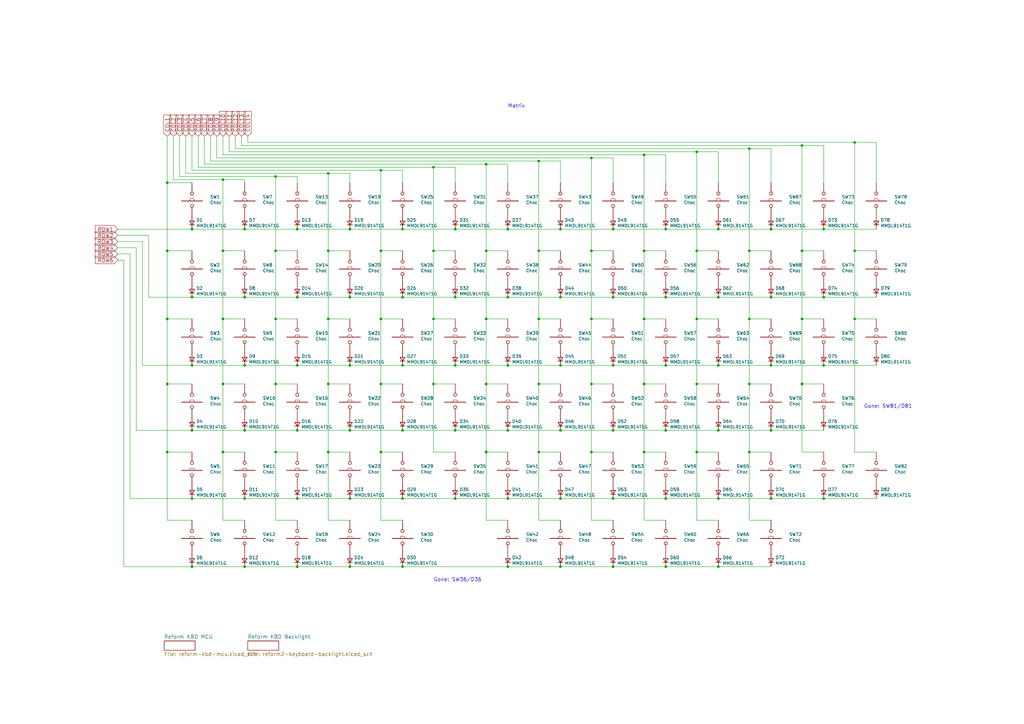
<source format=kicad_sch>
(kicad_sch (version 20211123) (generator eeschema)
  (paper "A3")
  (title_block (title "MNT Reform 2 Keyboard") (date "2022-03-03") (rev "2.0R-2") (company "Copyright 2017-2020 MNT Research GmbH") (comment 1 "https://mntre.com") (comment 2 "Engineer: Lukas F. Hartmann") (comment 3 "License: CERN-OHL-S 2.0"))
  (junction (at 337.82 204.47))
  (junction (at 186.69 121.92))
  (junction (at 100.33 149.86))
  (junction (at 294.64 121.92))
  (junction (at 165.1 176.53))
  (junction (at 143.51 93.98))
  (junction (at 121.92 232.41))
  (junction (at 285.75 62.23))
  (junction (at 165.1 232.41))
  (junction (at 113.03 157.48))
  (junction (at 199.39 67.31))
  (junction (at 294.64 176.53))
  (junction (at 208.28 121.92))
  (junction (at 229.87 93.98))
  (junction (at 208.28 204.47))
  (junction (at 251.46 149.86))
  (junction (at 294.64 93.98))
  (junction (at 337.82 149.86))
  (junction (at 285.75 157.48))
  (junction (at 165.1 121.92))
  (junction (at 134.62 185.42))
  (junction (at 328.93 102.87))
  (junction (at 165.1 204.47))
  (junction (at 134.62 71.12))
  (junction (at 220.98 157.48))
  (junction (at 68.58 102.87))
  (junction (at 350.52 130.81))
  (junction (at 337.82 93.98))
  (junction (at 165.1 149.86))
  (junction (at 251.46 176.53))
  (junction (at 328.93 157.48))
  (junction (at 208.28 93.98))
  (junction (at 229.87 121.92))
  (junction (at 134.62 130.81))
  (junction (at 199.39 157.48))
  (junction (at 143.51 176.53))
  (junction (at 208.28 176.53))
  (junction (at 134.62 102.87))
  (junction (at 316.23 176.53))
  (junction (at 156.21 130.81))
  (junction (at 273.05 121.92))
  (junction (at 307.34 60.96))
  (junction (at 113.03 185.42))
  (junction (at 177.8 130.81))
  (junction (at 186.69 149.86))
  (junction (at 242.57 130.81))
  (junction (at 100.33 121.92))
  (junction (at 337.82 121.92))
  (junction (at 285.75 185.42))
  (junction (at 273.05 93.98))
  (junction (at 113.03 130.81))
  (junction (at 229.87 149.86))
  (junction (at 273.05 149.86))
  (junction (at 68.58 74.93))
  (junction (at 68.58 130.81))
  (junction (at 186.69 176.53))
  (junction (at 68.58 185.42))
  (junction (at 316.23 149.86))
  (junction (at 78.74 232.41))
  (junction (at 78.74 149.86))
  (junction (at 177.8 68.58))
  (junction (at 307.34 185.42))
  (junction (at 264.16 63.5))
  (junction (at 113.03 102.87))
  (junction (at 91.44 130.81))
  (junction (at 156.21 185.42))
  (junction (at 78.74 121.92))
  (junction (at 242.57 185.42))
  (junction (at 350.52 58.42))
  (junction (at 121.92 204.47))
  (junction (at 294.64 204.47))
  (junction (at 143.51 204.47))
  (junction (at 242.57 64.77))
  (junction (at 220.98 102.87))
  (junction (at 242.57 157.48))
  (junction (at 251.46 232.41))
  (junction (at 264.16 102.87))
  (junction (at 316.23 121.92))
  (junction (at 229.87 204.47))
  (junction (at 316.23 204.47))
  (junction (at 328.93 59.69))
  (junction (at 100.33 232.41))
  (junction (at 220.98 185.42))
  (junction (at 100.33 176.53))
  (junction (at 264.16 157.48))
  (junction (at 294.64 149.86))
  (junction (at 285.75 130.81))
  (junction (at 251.46 121.92))
  (junction (at 229.87 176.53))
  (junction (at 113.03 72.39))
  (junction (at 199.39 102.87))
  (junction (at 156.21 102.87))
  (junction (at 208.28 232.41))
  (junction (at 91.44 102.87))
  (junction (at 251.46 204.47))
  (junction (at 307.34 102.87))
  (junction (at 229.87 232.41))
  (junction (at 121.92 121.92))
  (junction (at 143.51 149.86))
  (junction (at 91.44 185.42))
  (junction (at 350.52 102.87))
  (junction (at 199.39 185.42))
  (junction (at 100.33 204.47))
  (junction (at 273.05 232.41))
  (junction (at 78.74 93.98))
  (junction (at 156.21 69.85))
  (junction (at 307.34 157.48))
  (junction (at 177.8 102.87))
  (junction (at 294.64 232.41))
  (junction (at 177.8 157.48))
  (junction (at 100.33 93.98))
  (junction (at 91.44 73.66))
  (junction (at 273.05 204.47))
  (junction (at 264.16 130.81))
  (junction (at 156.21 157.48))
  (junction (at 199.39 130.81))
  (junction (at 186.69 204.47))
  (junction (at 68.58 157.48))
  (junction (at 328.93 130.81))
  (junction (at 220.98 66.04))
  (junction (at 165.1 93.98))
  (junction (at 273.05 176.53))
  (junction (at 121.92 149.86))
  (junction (at 78.74 176.53))
  (junction (at 251.46 93.98))
  (junction (at 220.98 130.81))
  (junction (at 316.23 93.98))
  (junction (at 78.74 204.47))
  (junction (at 307.34 130.81))
  (junction (at 264.16 185.42))
  (junction (at 121.92 93.98))
  (junction (at 242.57 102.87))
  (junction (at 285.75 102.87))
  (junction (at 208.28 149.86))
  (junction (at 91.44 157.48))
  (junction (at 143.51 232.41))
  (junction (at 121.92 176.53))
  (junction (at 186.69 93.98))
  (junction (at 143.51 121.92))
  (junction (at 134.62 157.48))
  (wire (pts (xy 264.16 185.42) (xy 264.16 213.36)))
  (wire (pts (xy 273.05 149.86) (xy 294.64 149.86)))
  (wire (pts (xy 68.58 74.93) (xy 68.58 102.87)))
  (wire (pts (xy 121.92 185.42) (xy 113.03 185.42)))
  (wire (pts (xy 113.03 185.42) (xy 113.03 213.36)))
  (wire (pts (xy 199.39 213.36) (xy 208.28 213.36)))
  (wire (pts (xy 337.82 93.98) (xy 359.41 93.98)))
  (wire (pts (xy 251.46 157.48) (xy 242.57 157.48)))
  (wire (pts (xy 165.1 93.98) (xy 186.69 93.98)))
  (wire (pts (xy 273.05 204.47) (xy 294.64 204.47)))
  (wire (pts (xy 73.66 55.88) (xy 73.66 72.39)))
  (wire (pts (xy 76.2 71.12) (xy 134.62 71.12)))
  (wire (pts (xy 186.69 185.42) (xy 177.8 185.42)))
  (wire (pts (xy 100.33 232.41) (xy 121.92 232.41)))
  (wire (pts (xy 316.23 60.96) (xy 316.23 74.93)))
  (wire (pts (xy 165.1 176.53) (xy 186.69 176.53)))
  (wire (pts (xy 350.52 102.87) (xy 350.52 130.81)))
  (wire (pts (xy 285.75 130.81) (xy 285.75 157.48)))
  (wire (pts (xy 88.9 64.77) (xy 242.57 64.77)))
  (wire (pts (xy 121.92 176.53) (xy 143.51 176.53)))
  (wire (pts (xy 93.98 55.88) (xy 93.98 62.23)))
  (wire (pts (xy 316.23 204.47) (xy 337.82 204.47)))
  (wire (pts (xy 113.03 72.39) (xy 113.03 102.87)))
  (wire (pts (xy 350.52 130.81) (xy 350.52 185.42)))
  (wire (pts (xy 208.28 93.98) (xy 229.87 93.98)))
  (wire (pts (xy 199.39 67.31) (xy 199.39 102.87)))
  (wire (pts (xy 68.58 157.48) (xy 78.74 157.48)))
  (wire (pts (xy 307.34 213.36) (xy 307.34 185.42)))
  (wire (pts (xy 220.98 66.04) (xy 229.87 66.04)))
  (wire (pts (xy 156.21 213.36) (xy 165.1 213.36)))
  (wire (pts (xy 71.12 55.88) (xy 71.12 73.66)))
  (wire (pts (xy 186.69 176.53) (xy 208.28 176.53)))
  (wire (pts (xy 91.44 73.66) (xy 91.44 102.87)))
  (wire (pts (xy 55.88 101.6) (xy 48.26 101.6)))
  (wire (pts (xy 156.21 185.42) (xy 156.21 213.36)))
  (wire (pts (xy 58.42 149.86) (xy 78.74 149.86)))
  (wire (pts (xy 229.87 121.92) (xy 251.46 121.92)))
  (wire (pts (xy 100.33 149.86) (xy 121.92 149.86)))
  (wire (pts (xy 208.28 130.81) (xy 199.39 130.81)))
  (wire (pts (xy 220.98 130.81) (xy 220.98 157.48)))
  (wire (pts (xy 242.57 102.87) (xy 242.57 130.81)))
  (wire (pts (xy 229.87 102.87) (xy 220.98 102.87)))
  (wire (pts (xy 251.46 102.87) (xy 242.57 102.87)))
  (wire (pts (xy 86.36 66.04) (xy 220.98 66.04)))
  (wire (pts (xy 186.69 68.58) (xy 186.69 74.93)))
  (wire (pts (xy 273.05 93.98) (xy 294.64 93.98)))
  (wire (pts (xy 242.57 213.36) (xy 251.46 213.36)))
  (wire (pts (xy 78.74 121.92) (xy 100.33 121.92)))
  (wire (pts (xy 91.44 102.87) (xy 91.44 130.81)))
  (wire (pts (xy 91.44 63.5) (xy 91.44 55.88)))
  (wire (pts (xy 199.39 67.31) (xy 208.28 67.31)))
  (wire (pts (xy 121.92 72.39) (xy 121.92 74.93)))
  (wire (pts (xy 88.9 55.88) (xy 88.9 64.77)))
  (wire (pts (xy 294.64 121.92) (xy 316.23 121.92)))
  (wire (pts (xy 83.82 55.88) (xy 83.82 67.31)))
  (wire (pts (xy 68.58 55.88) (xy 68.58 74.93)))
  (wire (pts (xy 251.46 93.98) (xy 273.05 93.98)))
  (wire (pts (xy 91.44 157.48) (xy 91.44 185.42)))
  (wire (pts (xy 165.1 232.41) (xy 208.28 232.41)))
  (wire (pts (xy 68.58 185.42) (xy 68.58 213.36)))
  (wire (pts (xy 177.8 68.58) (xy 177.8 102.87)))
  (wire (pts (xy 165.1 157.48) (xy 156.21 157.48)))
  (wire (pts (xy 359.41 58.42) (xy 359.41 74.93)))
  (wire (pts (xy 48.26 104.14) (xy 53.34 104.14)))
  (wire (pts (xy 264.16 102.87) (xy 264.16 130.81)))
  (wire (pts (xy 285.75 62.23) (xy 285.75 102.87)))
  (wire (pts (xy 186.69 130.81) (xy 177.8 130.81)))
  (wire (pts (xy 316.23 176.53) (xy 337.82 176.53)))
  (wire (pts (xy 229.87 232.41) (xy 251.46 232.41)))
  (wire (pts (xy 328.93 157.48) (xy 328.93 185.42)))
  (wire (pts (xy 156.21 69.85) (xy 156.21 102.87)))
  (wire (pts (xy 60.96 96.52) (xy 60.96 121.92)))
  (wire (pts (xy 294.64 130.81) (xy 285.75 130.81)))
  (wire (pts (xy 229.87 93.98) (xy 251.46 93.98)))
  (wire (pts (xy 229.87 149.86) (xy 251.46 149.86)))
  (wire (pts (xy 143.51 176.53) (xy 165.1 176.53)))
  (wire (pts (xy 134.62 213.36) (xy 143.51 213.36)))
  (wire (pts (xy 307.34 157.48) (xy 307.34 185.42)))
  (wire (pts (xy 78.74 130.81) (xy 68.58 130.81)))
  (wire (pts (xy 242.57 130.81) (xy 242.57 157.48)))
  (wire (pts (xy 100.33 73.66) (xy 100.33 74.93)))
  (wire (pts (xy 242.57 64.77) (xy 251.46 64.77)))
  (wire (pts (xy 316.23 121.92) (xy 337.82 121.92)))
  (wire (pts (xy 96.52 60.96) (xy 307.34 60.96)))
  (wire (pts (xy 186.69 121.92) (xy 208.28 121.92)))
  (wire (pts (xy 78.74 232.41) (xy 100.33 232.41)))
  (wire (pts (xy 273.05 121.92) (xy 294.64 121.92)))
  (wire (pts (xy 68.58 130.81) (xy 68.58 157.48)))
  (wire (pts (xy 264.16 213.36) (xy 273.05 213.36)))
  (wire (pts (xy 177.8 130.81) (xy 177.8 157.48)))
  (wire (pts (xy 134.62 71.12) (xy 143.51 71.12)))
  (wire (pts (xy 78.74 232.41) (xy 50.8 232.41)))
  (wire (pts (xy 68.58 102.87) (xy 68.58 130.81)))
  (wire (pts (xy 220.98 185.42) (xy 220.98 213.36)))
  (wire (pts (xy 229.87 185.42) (xy 220.98 185.42)))
  (wire (pts (xy 251.46 130.81) (xy 242.57 130.81)))
  (wire (pts (xy 285.75 157.48) (xy 285.75 185.42)))
  (wire (pts (xy 186.69 93.98) (xy 208.28 93.98)))
  (wire (pts (xy 285.75 185.42) (xy 294.64 185.42)))
  (wire (pts (xy 294.64 204.47) (xy 316.23 204.47)))
  (wire (pts (xy 91.44 213.36) (xy 100.33 213.36)))
  (wire (pts (xy 264.16 157.48) (xy 273.05 157.48)))
  (wire (pts (xy 121.92 102.87) (xy 113.03 102.87)))
  (wire (pts (xy 48.26 93.98) (xy 78.74 93.98)))
  (wire (pts (xy 100.33 176.53) (xy 121.92 176.53)))
  (wire (pts (xy 143.51 149.86) (xy 165.1 149.86)))
  (wire (pts (xy 99.06 55.88) (xy 99.06 59.69)))
  (wire (pts (xy 294.64 102.87) (xy 285.75 102.87)))
  (wire (pts (xy 307.34 102.87) (xy 307.34 130.81)))
  (wire (pts (xy 307.34 213.36) (xy 316.23 213.36)))
  (wire (pts (xy 208.28 185.42) (xy 199.39 185.42)))
  (wire (pts (xy 177.8 157.48) (xy 177.8 185.42)))
  (wire (pts (xy 177.8 102.87) (xy 177.8 130.81)))
  (wire (pts (xy 78.74 74.93) (xy 68.58 74.93)))
  (wire (pts (xy 220.98 66.04) (xy 220.98 102.87)))
  (wire (pts (xy 99.06 59.69) (xy 328.93 59.69)))
  (wire (pts (xy 81.28 68.58) (xy 177.8 68.58)))
  (wire (pts (xy 101.6 58.42) (xy 350.52 58.42)))
  (wire (pts (xy 350.52 58.42) (xy 359.41 58.42)))
  (wire (pts (xy 186.69 157.48) (xy 177.8 157.48)))
  (wire (pts (xy 186.69 149.86) (xy 208.28 149.86)))
  (wire (pts (xy 273.05 232.41) (xy 294.64 232.41)))
  (wire (pts (xy 229.87 157.48) (xy 220.98 157.48)))
  (wire (pts (xy 199.39 157.48) (xy 199.39 185.42)))
  (wire (pts (xy 55.88 176.53) (xy 55.88 101.6)))
  (wire (pts (xy 251.46 176.53) (xy 273.05 176.53)))
  (wire (pts (xy 143.51 121.92) (xy 165.1 121.92)))
  (wire (pts (xy 121.92 130.81) (xy 113.03 130.81)))
  (wire (pts (xy 134.62 185.42) (xy 134.62 213.36)))
  (wire (pts (xy 86.36 55.88) (xy 86.36 66.04)))
  (wire (pts (xy 113.03 72.39) (xy 121.92 72.39)))
  (wire (pts (xy 78.74 55.88) (xy 78.74 69.85)))
  (wire (pts (xy 328.93 59.69) (xy 328.93 102.87)))
  (wire (pts (xy 285.75 102.87) (xy 285.75 130.81)))
  (wire (pts (xy 53.34 104.14) (xy 53.34 204.47)))
  (wire (pts (xy 208.28 176.53) (xy 229.87 176.53)))
  (wire (pts (xy 264.16 157.48) (xy 264.16 185.42)))
  (wire (pts (xy 242.57 185.42) (xy 242.57 213.36)))
  (wire (pts (xy 208.28 67.31) (xy 208.28 74.93)))
  (wire (pts (xy 156.21 157.48) (xy 156.21 185.42)))
  (wire (pts (xy 264.16 130.81) (xy 273.05 130.81)))
  (wire (pts (xy 229.87 176.53) (xy 251.46 176.53)))
  (wire (pts (xy 78.74 102.87) (xy 68.58 102.87)))
  (wire (pts (xy 121.92 232.41) (xy 143.51 232.41)))
  (wire (pts (xy 100.33 157.48) (xy 91.44 157.48)))
  (wire (pts (xy 186.69 204.47) (xy 208.28 204.47)))
  (wire (pts (xy 113.03 130.81) (xy 113.03 157.48)))
  (wire (pts (xy 208.28 204.47) (xy 229.87 204.47)))
  (wire (pts (xy 199.39 130.81) (xy 199.39 157.48)))
  (wire (pts (xy 307.34 185.42) (xy 316.23 185.42)))
  (wire (pts (xy 307.34 60.96) (xy 316.23 60.96)))
  (wire (pts (xy 337.82 59.69) (xy 337.82 74.93)))
  (wire (pts (xy 73.66 72.39) (xy 113.03 72.39)))
  (wire (pts (xy 251.46 64.77) (xy 251.46 74.93)))
  (wire (pts (xy 91.44 185.42) (xy 91.44 213.36)))
  (wire (pts (xy 113.03 102.87) (xy 113.03 130.81)))
  (wire (pts (xy 294.64 93.98) (xy 316.23 93.98)))
  (wire (pts (xy 337.82 157.48) (xy 328.93 157.48)))
  (wire (pts (xy 55.88 176.53) (xy 78.74 176.53)))
  (wire (pts (xy 242.57 185.42) (xy 251.46 185.42)))
  (wire (pts (xy 78.74 93.98) (xy 100.33 93.98)))
  (wire (pts (xy 121.92 93.98) (xy 143.51 93.98)))
  (wire (pts (xy 328.93 102.87) (xy 328.93 130.81)))
  (wire (pts (xy 294.64 62.23) (xy 294.64 74.93)))
  (wire (pts (xy 78.74 69.85) (xy 156.21 69.85)))
  (wire (pts (xy 81.28 55.88) (xy 81.28 68.58)))
  (wire (pts (xy 48.26 99.06) (xy 58.42 99.06)))
  (wire (pts (xy 208.28 149.86) (xy 229.87 149.86)))
  (wire (pts (xy 359.41 102.87) (xy 350.52 102.87)))
  (wire (pts (xy 143.51 204.47) (xy 165.1 204.47)))
  (wire (pts (xy 220.98 102.87) (xy 220.98 130.81)))
  (wire (pts (xy 101.6 58.42) (xy 101.6 55.88)))
  (wire (pts (xy 121.92 157.48) (xy 113.03 157.48)))
  (wire (pts (xy 165.1 121.92) (xy 186.69 121.92)))
  (wire (pts (xy 208.28 157.48) (xy 199.39 157.48)))
  (wire (pts (xy 264.16 185.42) (xy 273.05 185.42)))
  (wire (pts (xy 328.93 59.69) (xy 337.82 59.69)))
  (wire (pts (xy 316.23 149.86) (xy 337.82 149.86)))
  (wire (pts (xy 68.58 157.48) (xy 68.58 185.42)))
  (wire (pts (xy 165.1 69.85) (xy 165.1 74.93)))
  (wire (pts (xy 285.75 185.42) (xy 285.75 213.36)))
  (wire (pts (xy 143.51 93.98) (xy 165.1 93.98)))
  (wire (pts (xy 199.39 102.87) (xy 199.39 130.81)))
  (wire (pts (xy 134.62 102.87) (xy 134.62 130.81)))
  (wire (pts (xy 100.33 93.98) (xy 121.92 93.98)))
  (wire (pts (xy 177.8 68.58) (xy 186.69 68.58)))
  (wire (pts (xy 134.62 71.12) (xy 134.62 102.87)))
  (wire (pts (xy 220.98 157.48) (xy 220.98 185.42)))
  (wire (pts (xy 165.1 102.87) (xy 156.21 102.87)))
  (wire (pts (xy 307.34 60.96) (xy 307.34 102.87)))
  (wire (pts (xy 251.46 121.92) (xy 273.05 121.92)))
  (wire (pts (xy 264.16 130.81) (xy 264.16 157.48)))
  (wire (pts (xy 273.05 176.53) (xy 294.64 176.53)))
  (wire (pts (xy 165.1 204.47) (xy 186.69 204.47)))
  (wire (pts (xy 208.28 102.87) (xy 199.39 102.87)))
  (wire (pts (xy 100.33 130.81) (xy 91.44 130.81)))
  (wire (pts (xy 328.93 130.81) (xy 328.93 157.48)))
  (wire (pts (xy 316.23 130.81) (xy 307.34 130.81)))
  (wire (pts (xy 143.51 157.48) (xy 134.62 157.48)))
  (wire (pts (xy 91.44 63.5) (xy 264.16 63.5)))
  (wire (pts (xy 208.28 232.41) (xy 229.87 232.41)))
  (wire (pts (xy 229.87 130.81) (xy 220.98 130.81)))
  (wire (pts (xy 96.52 60.96) (xy 96.52 55.88)))
  (wire (pts (xy 100.33 102.87) (xy 91.44 102.87)))
  (wire (pts (xy 83.82 67.31) (xy 199.39 67.31)))
  (wire (pts (xy 156.21 130.81) (xy 156.21 157.48)))
  (wire (pts (xy 350.52 58.42) (xy 350.52 102.87)))
  (wire (pts (xy 93.98 62.23) (xy 285.75 62.23)))
  (wire (pts (xy 294.64 232.41) (xy 316.23 232.41)))
  (wire (pts (xy 100.33 204.47) (xy 121.92 204.47)))
  (wire (pts (xy 71.12 73.66) (xy 91.44 73.66)))
  (wire (pts (xy 60.96 121.92) (xy 78.74 121.92)))
  (wire (pts (xy 337.82 204.47) (xy 359.41 204.47)))
  (wire (pts (xy 242.57 157.48) (xy 242.57 185.42)))
  (wire (pts (xy 251.46 232.41) (xy 273.05 232.41)))
  (wire (pts (xy 143.51 71.12) (xy 143.51 74.93)))
  (wire (pts (xy 294.64 149.86) (xy 316.23 149.86)))
  (wire (pts (xy 53.34 204.47) (xy 78.74 204.47)))
  (wire (pts (xy 48.26 106.68) (xy 50.8 106.68)))
  (wire (pts (xy 264.16 63.5) (xy 273.05 63.5)))
  (wire (pts (xy 91.44 130.81) (xy 91.44 157.48)))
  (wire (pts (xy 143.51 232.41) (xy 165.1 232.41)))
  (wire (pts (xy 285.75 213.36) (xy 294.64 213.36)))
  (wire (pts (xy 199.39 185.42) (xy 199.39 213.36)))
  (wire (pts (xy 121.92 149.86) (xy 143.51 149.86)))
  (wire (pts (xy 220.98 213.36) (xy 229.87 213.36)))
  (wire (pts (xy 229.87 204.47) (xy 251.46 204.47)))
  (wire (pts (xy 78.74 204.47) (xy 100.33 204.47)))
  (wire (pts (xy 337.82 102.87) (xy 328.93 102.87)))
  (wire (pts (xy 165.1 185.42) (xy 156.21 185.42)))
  (wire (pts (xy 165.1 149.86) (xy 186.69 149.86)))
  (wire (pts (xy 208.28 121.92) (xy 229.87 121.92)))
  (wire (pts (xy 143.51 185.42) (xy 134.62 185.42)))
  (wire (pts (xy 91.44 73.66) (xy 100.33 73.66)))
  (wire (pts (xy 100.33 185.42) (xy 91.44 185.42)))
  (wire (pts (xy 229.87 66.04) (xy 229.87 74.93)))
  (wire (pts (xy 242.57 64.77) (xy 242.57 102.87)))
  (wire (pts (xy 337.82 121.92) (xy 359.41 121.92)))
  (wire (pts (xy 78.74 176.53) (xy 100.33 176.53)))
  (wire (pts (xy 156.21 102.87) (xy 156.21 130.81)))
  (wire (pts (xy 134.62 130.81) (xy 134.62 157.48)))
  (wire (pts (xy 337.82 130.81) (xy 328.93 130.81)))
  (wire (pts (xy 113.03 213.36) (xy 121.92 213.36)))
  (wire (pts (xy 143.51 102.87) (xy 134.62 102.87)))
  (wire (pts (xy 359.41 185.42) (xy 350.52 185.42)))
  (wire (pts (xy 294.64 176.53) (xy 316.23 176.53)))
  (wire (pts (xy 264.16 63.5) (xy 264.16 102.87)))
  (wire (pts (xy 251.46 204.47) (xy 273.05 204.47)))
  (wire (pts (xy 121.92 121.92) (xy 143.51 121.92)))
  (wire (pts (xy 143.51 130.81) (xy 134.62 130.81)))
  (wire (pts (xy 68.58 213.36) (xy 78.74 213.36)))
  (wire (pts (xy 328.93 185.42) (xy 337.82 185.42)))
  (wire (pts (xy 359.41 130.81) (xy 350.52 130.81)))
  (wire (pts (xy 58.42 99.06) (xy 58.42 149.86)))
  (wire (pts (xy 50.8 106.68) (xy 50.8 232.41)))
  (wire (pts (xy 273.05 63.5) (xy 273.05 74.93)))
  (wire (pts (xy 316.23 102.87) (xy 307.34 102.87)))
  (wire (pts (xy 251.46 149.86) (xy 273.05 149.86)))
  (wire (pts (xy 76.2 55.88) (xy 76.2 71.12)))
  (wire (pts (xy 156.21 69.85) (xy 165.1 69.85)))
  (wire (pts (xy 307.34 157.48) (xy 316.23 157.48)))
  (wire (pts (xy 100.33 121.92) (xy 121.92 121.92)))
  (wire (pts (xy 307.34 130.81) (xy 307.34 157.48)))
  (wire (pts (xy 134.62 157.48) (xy 134.62 185.42)))
  (wire (pts (xy 186.69 102.87) (xy 177.8 102.87)))
  (wire (pts (xy 273.05 102.87) (xy 264.16 102.87)))
  (wire (pts (xy 337.82 149.86) (xy 359.41 149.86)))
  (wire (pts (xy 285.75 62.23) (xy 294.64 62.23)))
  (wire (pts (xy 78.74 149.86) (xy 100.33 149.86)))
  (wire (pts (xy 113.03 157.48) (xy 113.03 185.42)))
  (wire (pts (xy 316.23 93.98) (xy 337.82 93.98)))
  (wire (pts (xy 78.74 185.42) (xy 68.58 185.42)))
  (wire (pts (xy 121.92 204.47) (xy 143.51 204.47)))
  (wire (pts (xy 294.64 157.48) (xy 285.75 157.48)))
  (wire (pts (xy 165.1 130.81) (xy 156.21 130.81)))
  (wire (pts (xy 48.26 96.52) (xy 60.96 96.52)))
  (text "Gone: SW36/D36" (at 177.8 238.76 0) (effects (font (size 1.524 1.524)) (justify left bottom)))
  (text "Gone: SW81/D81" (at 354.33 167.64 0) (effects (font (size 1.524 1.524)) (justify left bottom)))
  (text "Matrix" (at 208.28 44.45 0) (effects (font (size 1.524 1.524)) (justify left bottom)))
  (global_label "COL1" (shape input) (at 68.58 55.88 90) (effects (font (size 1.524 1.524))) (property "Intersheet References" "${INTERSHEET_REFS}" (effects hide)))
  (global_label "ROW5" (shape input) (at 48.26 104.14 180) (effects (font (size 1.524 1.524))) (property "Intersheet References" "${INTERSHEET_REFS}" (effects hide)))
  (global_label "COL8" (shape input) (at 86.36 55.88 90) (effects (font (size 1.524 1.524))) (property "Intersheet References" "${INTERSHEET_REFS}" (effects hide)))
  (global_label "ROW6" (shape input) (at 48.26 106.68 180) (effects (font (size 1.524 1.524))) (property "Intersheet References" "${INTERSHEET_REFS}" (effects hide)))
  (global_label "ROW2" (shape input) (at 48.26 96.52 180) (effects (font (size 1.524 1.524))) (property "Intersheet References" "${INTERSHEET_REFS}" (effects hide)))
  (global_label "ROW1" (shape input) (at 48.26 93.98 180) (effects (font (size 1.524 1.524))) (property "Intersheet References" "${INTERSHEET_REFS}" (effects hide)))
  (global_label "COL3" (shape input) (at 73.66 55.88 90) (effects (font (size 1.524 1.524))) (property "Intersheet References" "${INTERSHEET_REFS}" (effects hide)))
  (global_label "COL14" (shape input) (at 101.6 55.88 90) (effects (font (size 1.524 1.524))) (property "Intersheet References" "${INTERSHEET_REFS}" (effects hide)))
  (global_label "ROW3" (shape input) (at 48.26 99.06 180) (effects (font (size 1.524 1.524))) (property "Intersheet References" "${INTERSHEET_REFS}" (effects hide)))
  (global_label "COL6" (shape input) (at 81.28 55.88 90) (effects (font (size 1.524 1.524))) (property "Intersheet References" "${INTERSHEET_REFS}" (effects hide)))
  (global_label "COL10" (shape input) (at 91.44 55.88 90) (effects (font (size 1.524 1.524))) (property "Intersheet References" "${INTERSHEET_REFS}" (effects hide)))
  (global_label "COL2" (shape input) (at 71.12 55.88 90) (effects (font (size 1.524 1.524))) (property "Intersheet References" "${INTERSHEET_REFS}" (effects hide)))
  (global_label "COL12" (shape input) (at 96.52 55.88 90) (effects (font (size 1.524 1.524))) (property "Intersheet References" "${INTERSHEET_REFS}" (effects hide)))
  (global_label "COL11" (shape input) (at 93.98 55.88 90) (effects (font (size 1.524 1.524))) (property "Intersheet References" "${INTERSHEET_REFS}" (effects hide)))
  (global_label "COL5" (shape input) (at 78.74 55.88 90) (effects (font (size 1.524 1.524))) (property "Intersheet References" "${INTERSHEET_REFS}" (effects hide)))
  (global_label "ROW4" (shape input) (at 48.26 101.6 180) (effects (font (size 1.524 1.524))) (property "Intersheet References" "${INTERSHEET_REFS}" (effects hide)))
  (global_label "COL7" (shape input) (at 83.82 55.88 90) (effects (font (size 1.524 1.524))) (property "Intersheet References" "${INTERSHEET_REFS}" (effects hide)))
  (global_label "COL4" (shape input) (at 76.2 55.88 90) (effects (font (size 1.524 1.524))) (property "Intersheet References" "${INTERSHEET_REFS}" (effects hide)))
  (global_label "COL13" (shape input) (at 99.06 55.88 90) (effects (font (size 1.524 1.524))) (property "Intersheet References" "${INTERSHEET_REFS}" (effects hide)))
  (global_label "COL9" (shape input) (at 88.9 55.88 90) (effects (font (size 1.524 1.524))) (property "Intersheet References" "${INTERSHEET_REFS}" (effects hide)))
  (symbol (lib_id "mntcomp-keyboard:Choc") (at 78.74 83.82 0) (unit 1)
    (property "Reference" "SW1" (at 86.1314 80.7466 0) (effects (justify left)))
    (property "Value" "Choc" (at 86.1314 83.058 0) (effects (justify left)))
    (property "Footprint" "keyswitches:PG1350" (effects hide))
    (property "Manufacturer" "Kailh" (effects hide))
    (property "Manufacturer_No" "CPG135001D02" (effects hide))
    (property "LCSC" "C400230" (effects hide))
  )
  (symbol (lib_id "mntcomp-keyboard:Choc") (at 100.33 83.82 0) (unit 1)
    (property "Reference" "SW7" (at 107.7214 80.7466 0) (effects (justify left)))
    (property "Value" "Choc" (at 107.7214 83.058 0) (effects (justify left)))
    (property "Footprint" "keyswitches:PG1350" (effects hide))
    (property "Manufacturer" "Kailh" (effects hide))
    (property "Manufacturer_No" "CPG135001D02" (effects hide))
    (property "LCSC" "C400230" (effects hide))
  )
  (symbol (lib_id "Device:D_Small") (at 78.74 91.44 90) (unit 1)
    (property "Reference" "D1" (at 80.4672 90.2716 90) (effects (justify right)))
    (property "Value" "MMDL914T1G" (at 80.4672 92.583 90) (effects (justify right)))
    (property "Footprint" "Diode_SMD:D_0603_1608Metric_Pad1.05x0.95mm_HandSolder" (effects hide))
    (property "Manufacturer" "MDD" (effects hide))
    (property "Manufacturer_No" "1N4007WS" (effects hide))
    (property "Alt MPN" "MMDL914T1G" (effects hide))
    (property "Alt Manuf" "On" (effects hide))
    (property "LCSC" "C193404" (effects hide))
  )
  (symbol (lib_id "Device:D_Small") (at 100.33 91.44 90) (unit 1)
    (property "Reference" "D7" (at 102.0572 90.2716 90) (effects (justify right)))
    (property "Value" "MMDL914T1G" (at 102.0572 92.583 90) (effects (justify right)))
    (property "Footprint" "Diode_SMD:D_0603_1608Metric_Pad1.05x0.95mm_HandSolder" (effects hide))
    (property "Manufacturer" "MDD" (effects hide))
    (property "Manufacturer_No" "1N4007WS" (effects hide))
    (property "Alt MPN" "MMDL914T1G" (effects hide))
    (property "Alt Manuf" "On" (effects hide))
    (property "LCSC" "C193404" (effects hide))
  )
  (symbol (lib_id "mntcomp-keyboard:Choc") (at 121.92 83.82 0) (unit 1)
    (property "Reference" "SW13" (at 129.3114 80.7466 0) (effects (justify left)))
    (property "Value" "Choc" (at 129.3114 83.058 0) (effects (justify left)))
    (property "Footprint" "keyswitches:PG1350" (effects hide))
    (property "Manufacturer" "Kailh" (effects hide))
    (property "Manufacturer_No" "CPG135001D02" (effects hide))
    (property "LCSC" "C400230" (effects hide))
  )
  (symbol (lib_id "mntcomp-keyboard:Choc") (at 143.51 83.82 0) (unit 1)
    (property "Reference" "SW19" (at 150.9014 80.7466 0) (effects (justify left)))
    (property "Value" "Choc" (at 150.9014 83.058 0) (effects (justify left)))
    (property "Footprint" "keyswitches:PG1350" (effects hide))
    (property "Manufacturer" "Kailh" (effects hide))
    (property "Manufacturer_No" "CPG135001D02" (effects hide))
    (property "LCSC" "C400230" (effects hide))
  )
  (symbol (lib_id "Device:D_Small") (at 121.92 91.44 90) (unit 1)
    (property "Reference" "D13" (at 123.6472 90.2716 90) (effects (justify right)))
    (property "Value" "MMDL914T1G" (at 123.6472 92.583 90) (effects (justify right)))
    (property "Footprint" "Diode_SMD:D_0603_1608Metric_Pad1.05x0.95mm_HandSolder" (effects hide))
    (property "Manufacturer" "MDD" (effects hide))
    (property "Manufacturer_No" "1N4007WS" (effects hide))
    (property "Alt MPN" "MMDL914T1G" (effects hide))
    (property "Alt Manuf" "On" (effects hide))
    (property "LCSC" "C193404" (effects hide))
  )
  (symbol (lib_id "Device:D_Small") (at 143.51 91.44 90) (unit 1)
    (property "Reference" "D19" (at 145.2372 90.2716 90) (effects (justify right)))
    (property "Value" "MMDL914T1G" (at 145.2372 92.583 90) (effects (justify right)))
    (property "Footprint" "Diode_SMD:D_0603_1608Metric_Pad1.05x0.95mm_HandSolder" (effects hide))
    (property "Manufacturer" "MDD" (effects hide))
    (property "Manufacturer_No" "1N4007WS" (effects hide))
    (property "Alt MPN" "MMDL914T1G" (effects hide))
    (property "Alt Manuf" "On" (effects hide))
    (property "LCSC" "C193404" (effects hide))
  )
  (symbol (lib_id "mntcomp-keyboard:Choc") (at 165.1 83.82 0) (unit 1)
    (property "Reference" "SW25" (at 172.4914 80.7466 0) (effects (justify left)))
    (property "Value" "Choc" (at 172.4914 83.058 0) (effects (justify left)))
    (property "Footprint" "keyswitches:PG1350" (effects hide))
    (property "Manufacturer" "Kailh" (effects hide))
    (property "Manufacturer_No" "CPG135001D02" (effects hide))
    (property "LCSC" "C400230" (effects hide))
  )
  (symbol (lib_id "mntcomp-keyboard:Choc") (at 186.69 83.82 0) (unit 1)
    (property "Reference" "SW31" (at 194.0814 80.7466 0) (effects (justify left)))
    (property "Value" "Choc" (at 194.0814 83.058 0) (effects (justify left)))
    (property "Footprint" "keyswitches:PG1350" (effects hide))
    (property "Manufacturer" "Kailh" (effects hide))
    (property "Manufacturer_No" "CPG135001D02" (effects hide))
    (property "LCSC" "C400230" (effects hide))
  )
  (symbol (lib_id "Device:D_Small") (at 165.1 91.44 90) (unit 1)
    (property "Reference" "D25" (at 166.8272 90.2716 90) (effects (justify right)))
    (property "Value" "MMDL914T1G" (at 166.8272 92.583 90) (effects (justify right)))
    (property "Footprint" "Diode_SMD:D_0603_1608Metric_Pad1.05x0.95mm_HandSolder" (effects hide))
    (property "Manufacturer" "MDD" (effects hide))
    (property "Manufacturer_No" "1N4007WS" (effects hide))
    (property "Alt MPN" "MMDL914T1G" (effects hide))
    (property "Alt Manuf" "On" (effects hide))
    (property "LCSC" "C193404" (effects hide))
  )
  (symbol (lib_id "Device:D_Small") (at 186.69 91.44 90) (unit 1)
    (property "Reference" "D31" (at 188.4172 90.2716 90) (effects (justify right)))
    (property "Value" "MMDL914T1G" (at 188.4172 92.583 90) (effects (justify right)))
    (property "Footprint" "Diode_SMD:D_0603_1608Metric_Pad1.05x0.95mm_HandSolder" (effects hide))
    (property "Manufacturer" "MDD" (effects hide))
    (property "Manufacturer_No" "1N4007WS" (effects hide))
    (property "Alt MPN" "MMDL914T1G" (effects hide))
    (property "Alt Manuf" "On" (effects hide))
    (property "LCSC" "C193404" (effects hide))
  )
  (symbol (lib_id "mntcomp-keyboard:Choc") (at 208.28 83.82 0) (unit 1)
    (property "Reference" "SW37" (at 215.6714 80.7466 0) (effects (justify left)))
    (property "Value" "Choc" (at 215.6714 83.058 0) (effects (justify left)))
    (property "Footprint" "keyswitches:PG1350" (effects hide))
    (property "Manufacturer" "Kailh" (effects hide))
    (property "Manufacturer_No" "CPG135001D02" (effects hide))
    (property "LCSC" "C400230" (effects hide))
  )
  (symbol (lib_id "mntcomp-keyboard:Choc") (at 229.87 83.82 0) (unit 1)
    (property "Reference" "SW43" (at 237.2614 80.7466 0) (effects (justify left)))
    (property "Value" "Choc" (at 237.2614 83.058 0) (effects (justify left)))
    (property "Footprint" "keyswitches:PG1350" (effects hide))
    (property "Manufacturer" "Kailh" (effects hide))
    (property "Manufacturer_No" "CPG135001D02" (effects hide))
    (property "LCSC" "C400230" (effects hide))
  )
  (symbol (lib_id "Device:D_Small") (at 208.28 91.44 90) (unit 1)
    (property "Reference" "D37" (at 210.0072 90.2716 90) (effects (justify right)))
    (property "Value" "MMDL914T1G" (at 210.0072 92.583 90) (effects (justify right)))
    (property "Footprint" "Diode_SMD:D_0603_1608Metric_Pad1.05x0.95mm_HandSolder" (effects hide))
    (property "Manufacturer" "MDD" (effects hide))
    (property "Manufacturer_No" "1N4007WS" (effects hide))
    (property "Alt MPN" "MMDL914T1G" (effects hide))
    (property "Alt Manuf" "On" (effects hide))
    (property "LCSC" "C193404" (effects hide))
  )
  (symbol (lib_id "Device:D_Small") (at 229.87 91.44 90) (unit 1)
    (property "Reference" "D43" (at 231.5972 90.2716 90) (effects (justify right)))
    (property "Value" "MMDL914T1G" (at 231.5972 92.583 90) (effects (justify right)))
    (property "Footprint" "Diode_SMD:D_0603_1608Metric_Pad1.05x0.95mm_HandSolder" (effects hide))
    (property "Manufacturer" "MDD" (effects hide))
    (property "Manufacturer_No" "1N4007WS" (effects hide))
    (property "Alt MPN" "MMDL914T1G" (effects hide))
    (property "Alt Manuf" "On" (effects hide))
    (property "LCSC" "C193404" (effects hide))
  )
  (symbol (lib_id "mntcomp-keyboard:Choc") (at 251.46 83.82 0) (unit 1)
    (property "Reference" "SW49" (at 258.8514 80.7466 0) (effects (justify left)))
    (property "Value" "Choc" (at 258.8514 83.058 0) (effects (justify left)))
    (property "Footprint" "keyswitches:PG1350" (effects hide))
    (property "Manufacturer" "Kailh" (effects hide))
    (property "Manufacturer_No" "CPG135001D02" (effects hide))
    (property "LCSC" "C400230" (effects hide))
  )
  (symbol (lib_id "mntcomp-keyboard:Choc") (at 273.05 83.82 0) (unit 1)
    (property "Reference" "SW55" (at 280.4414 80.7466 0) (effects (justify left)))
    (property "Value" "Choc" (at 280.4414 83.058 0) (effects (justify left)))
    (property "Footprint" "keyswitches:PG1350" (effects hide))
    (property "Manufacturer" "Kailh" (effects hide))
    (property "Manufacturer_No" "CPG135001D02" (effects hide))
    (property "LCSC" "C400230" (effects hide))
  )
  (symbol (lib_id "Device:D_Small") (at 251.46 91.44 90) (unit 1)
    (property "Reference" "D49" (at 253.1872 90.2716 90) (effects (justify right)))
    (property "Value" "MMDL914T1G" (at 253.1872 92.583 90) (effects (justify right)))
    (property "Footprint" "Diode_SMD:D_0603_1608Metric_Pad1.05x0.95mm_HandSolder" (effects hide))
    (property "Manufacturer" "MDD" (effects hide))
    (property "Manufacturer_No" "1N4007WS" (effects hide))
    (property "Alt MPN" "MMDL914T1G" (effects hide))
    (property "Alt Manuf" "On" (effects hide))
    (property "LCSC" "C193404" (effects hide))
  )
  (symbol (lib_id "Device:D_Small") (at 273.05 91.44 90) (unit 1)
    (property "Reference" "D55" (at 274.7772 90.2716 90) (effects (justify right)))
    (property "Value" "MMDL914T1G" (at 274.7772 92.583 90) (effects (justify right)))
    (property "Footprint" "Diode_SMD:D_0603_1608Metric_Pad1.05x0.95mm_HandSolder" (effects hide))
    (property "Manufacturer" "MDD" (effects hide))
    (property "Manufacturer_No" "1N4007WS" (effects hide))
    (property "Alt MPN" "MMDL914T1G" (effects hide))
    (property "Alt Manuf" "On" (effects hide))
    (property "LCSC" "C193404" (effects hide))
  )
  (symbol (lib_id "mntcomp-keyboard:Choc") (at 294.64 83.82 0) (unit 1)
    (property "Reference" "SW61" (at 302.0314 80.7466 0) (effects (justify left)))
    (property "Value" "Choc" (at 302.0314 83.058 0) (effects (justify left)))
    (property "Footprint" "keyswitches:PG1350" (effects hide))
    (property "Manufacturer" "Kailh" (effects hide))
    (property "Manufacturer_No" "CPG135001D02" (effects hide))
    (property "LCSC" "C400230" (effects hide))
  )
  (symbol (lib_id "mntcomp-keyboard:Choc") (at 316.23 83.82 0) (unit 1)
    (property "Reference" "SW67" (at 323.6214 80.7466 0) (effects (justify left)))
    (property "Value" "Choc" (at 323.6214 83.058 0) (effects (justify left)))
    (property "Footprint" "keyswitches:PG1350" (effects hide))
    (property "Manufacturer" "Kailh" (effects hide))
    (property "Manufacturer_No" "CPG135001D02" (effects hide))
    (property "LCSC" "C400230" (effects hide))
  )
  (symbol (lib_id "Device:D_Small") (at 294.64 91.44 90) (unit 1)
    (property "Reference" "D61" (at 296.3672 90.2716 90) (effects (justify right)))
    (property "Value" "MMDL914T1G" (at 296.3672 92.583 90) (effects (justify right)))
    (property "Footprint" "Diode_SMD:D_0603_1608Metric_Pad1.05x0.95mm_HandSolder" (effects hide))
    (property "Manufacturer" "MDD" (effects hide))
    (property "Manufacturer_No" "1N4007WS" (effects hide))
    (property "Alt MPN" "MMDL914T1G" (effects hide))
    (property "Alt Manuf" "On" (effects hide))
    (property "LCSC" "C193404" (effects hide))
  )
  (symbol (lib_id "Device:D_Small") (at 316.23 91.44 90) (unit 1)
    (property "Reference" "D67" (at 317.9572 90.2716 90) (effects (justify right)))
    (property "Value" "MMDL914T1G" (at 317.9572 92.583 90) (effects (justify right)))
    (property "Footprint" "Diode_SMD:D_0603_1608Metric_Pad1.05x0.95mm_HandSolder" (effects hide))
    (property "Manufacturer" "MDD" (effects hide))
    (property "Manufacturer_No" "1N4007WS" (effects hide))
    (property "Alt MPN" "MMDL914T1G" (effects hide))
    (property "Alt Manuf" "On" (effects hide))
    (property "LCSC" "C193404" (effects hide))
  )
  (symbol (lib_id "mntcomp-keyboard:Choc") (at 337.82 83.82 0) (unit 1)
    (property "Reference" "SW73" (at 345.2114 80.7466 0) (effects (justify left)))
    (property "Value" "Choc" (at 345.2114 83.058 0) (effects (justify left)))
    (property "Footprint" "keyswitches:PG1350" (effects hide))
    (property "Manufacturer" "Kailh" (effects hide))
    (property "Manufacturer_No" "CPG135001D02" (effects hide))
    (property "LCSC" "C400230" (effects hide))
  )
  (symbol (lib_id "mntcomp-keyboard:Choc") (at 359.41 83.82 0) (unit 1)
    (property "Reference" "SW78" (at 366.8014 80.7466 0) (effects (justify left)))
    (property "Value" "Choc" (at 366.8014 83.058 0) (effects (justify left)))
    (property "Footprint" "keyswitches:PG1350" (effects hide))
    (property "Manufacturer" "Kailh" (effects hide))
    (property "Manufacturer_No" "CPG135001D02" (effects hide))
    (property "LCSC" "C400230" (effects hide))
  )
  (symbol (lib_id "Device:D_Small") (at 337.82 91.44 90) (unit 1)
    (property "Reference" "D73" (at 339.5472 90.2716 90) (effects (justify right)))
    (property "Value" "MMDL914T1G" (at 339.5472 92.583 90) (effects (justify right)))
    (property "Footprint" "Diode_SMD:D_0603_1608Metric_Pad1.05x0.95mm_HandSolder" (effects hide))
    (property "Manufacturer" "MDD" (effects hide))
    (property "Manufacturer_No" "1N4007WS" (effects hide))
    (property "Alt MPN" "MMDL914T1G" (effects hide))
    (property "Alt Manuf" "On" (effects hide))
    (property "LCSC" "C193404" (effects hide))
  )
  (symbol (lib_id "Device:D_Small") (at 359.41 91.44 90) (unit 1)
    (property "Reference" "D78" (at 361.1372 90.2716 90) (effects (justify right)))
    (property "Value" "MMDL914T1G" (at 361.1372 92.583 90) (effects (justify right)))
    (property "Footprint" "Diode_SMD:D_0603_1608Metric_Pad1.05x0.95mm_HandSolder" (effects hide))
    (property "Manufacturer" "MDD" (effects hide))
    (property "Manufacturer_No" "1N4007WS" (effects hide))
    (property "Alt MPN" "MMDL914T1G" (effects hide))
    (property "Alt Manuf" "On" (effects hide))
    (property "LCSC" "C193404" (effects hide))
  )
  (symbol (lib_id "mntcomp-keyboard:Choc") (at 100.33 111.76 0) (unit 1)
    (property "Reference" "SW8" (at 107.7214 108.6866 0) (effects (justify left)))
    (property "Value" "Choc" (at 107.7214 110.998 0) (effects (justify left)))
    (property "Footprint" "keyswitches:PG1350" (effects hide))
    (property "Manufacturer" "Kailh" (effects hide))
    (property "Manufacturer_No" "CPG135001D02" (effects hide))
    (property "LCSC" "C400230" (effects hide))
  )
  (symbol (lib_id "mntcomp-keyboard:Choc") (at 121.92 111.76 0) (unit 1)
    (property "Reference" "SW14" (at 129.3114 108.6866 0) (effects (justify left)))
    (property "Value" "Choc" (at 129.3114 110.998 0) (effects (justify left)))
    (property "Footprint" "keyswitches:PG1350" (effects hide))
    (property "Manufacturer" "Kailh" (effects hide))
    (property "Manufacturer_No" "CPG135001D02" (effects hide))
    (property "LCSC" "C400230" (effects hide))
  )
  (symbol (lib_id "Device:D_Small") (at 100.33 119.38 90) (unit 1)
    (property "Reference" "D8" (at 102.0572 118.2116 90) (effects (justify right)))
    (property "Value" "MMDL914T1G" (at 102.0572 120.523 90) (effects (justify right)))
    (property "Footprint" "Diode_SMD:D_0603_1608Metric_Pad1.05x0.95mm_HandSolder" (effects hide))
    (property "Manufacturer" "MDD" (effects hide))
    (property "Manufacturer_No" "1N4007WS" (effects hide))
    (property "Alt MPN" "MMDL914T1G" (effects hide))
    (property "Alt Manuf" "On" (effects hide))
    (property "LCSC" "C193404" (effects hide))
  )
  (symbol (lib_id "Device:D_Small") (at 121.92 119.38 90) (unit 1)
    (property "Reference" "D14" (at 123.6472 118.2116 90) (effects (justify right)))
    (property "Value" "MMDL914T1G" (at 123.6472 120.523 90) (effects (justify right)))
    (property "Footprint" "Diode_SMD:D_0603_1608Metric_Pad1.05x0.95mm_HandSolder" (effects hide))
    (property "Manufacturer" "MDD" (effects hide))
    (property "Manufacturer_No" "1N4007WS" (effects hide))
    (property "Alt MPN" "MMDL914T1G" (effects hide))
    (property "Alt Manuf" "On" (effects hide))
    (property "LCSC" "C193404" (effects hide))
  )
  (symbol (lib_id "mntcomp-keyboard:Choc") (at 143.51 111.76 0) (unit 1)
    (property "Reference" "SW20" (at 150.9014 108.6866 0) (effects (justify left)))
    (property "Value" "Choc" (at 150.9014 110.998 0) (effects (justify left)))
    (property "Footprint" "keyswitches:PG1350" (effects hide))
    (property "Manufacturer" "Kailh" (effects hide))
    (property "Manufacturer_No" "CPG135001D02" (effects hide))
    (property "LCSC" "C400230" (effects hide))
  )
  (symbol (lib_id "mntcomp-keyboard:Choc") (at 165.1 111.76 0) (unit 1)
    (property "Reference" "SW26" (at 172.4914 108.6866 0) (effects (justify left)))
    (property "Value" "Choc" (at 172.4914 110.998 0) (effects (justify left)))
    (property "Footprint" "keyswitches:PG1350" (effects hide))
    (property "Manufacturer" "Kailh" (effects hide))
    (property "Manufacturer_No" "CPG135001D02" (effects hide))
    (property "LCSC" "C400230" (effects hide))
  )
  (symbol (lib_id "Device:D_Small") (at 143.51 119.38 90) (unit 1)
    (property "Reference" "D20" (at 145.2372 118.2116 90) (effects (justify right)))
    (property "Value" "MMDL914T1G" (at 145.2372 120.523 90) (effects (justify right)))
    (property "Footprint" "Diode_SMD:D_0603_1608Metric_Pad1.05x0.95mm_HandSolder" (effects hide))
    (property "Manufacturer" "MDD" (effects hide))
    (property "Manufacturer_No" "1N4007WS" (effects hide))
    (property "Alt MPN" "MMDL914T1G" (effects hide))
    (property "Alt Manuf" "On" (effects hide))
    (property "LCSC" "C193404" (effects hide))
  )
  (symbol (lib_id "Device:D_Small") (at 165.1 119.38 90) (unit 1)
    (property "Reference" "D26" (at 166.8272 118.2116 90) (effects (justify right)))
    (property "Value" "MMDL914T1G" (at 166.8272 120.523 90) (effects (justify right)))
    (property "Footprint" "Diode_SMD:D_0603_1608Metric_Pad1.05x0.95mm_HandSolder" (effects hide))
    (property "Manufacturer" "MDD" (effects hide))
    (property "Manufacturer_No" "1N4007WS" (effects hide))
    (property "Alt MPN" "MMDL914T1G" (effects hide))
    (property "Alt Manuf" "On" (effects hide))
    (property "LCSC" "C193404" (effects hide))
  )
  (symbol (lib_id "mntcomp-keyboard:Choc") (at 186.69 111.76 0) (unit 1)
    (property "Reference" "SW32" (at 194.0814 108.6866 0) (effects (justify left)))
    (property "Value" "Choc" (at 194.0814 110.998 0) (effects (justify left)))
    (property "Footprint" "keyswitches:PG1350" (effects hide))
    (property "Manufacturer" "Kailh" (effects hide))
    (property "Manufacturer_No" "CPG135001D02" (effects hide))
    (property "LCSC" "C400230" (effects hide))
  )
  (symbol (lib_id "mntcomp-keyboard:Choc") (at 208.28 111.76 0) (unit 1)
    (property "Reference" "SW38" (at 215.6714 108.6866 0) (effects (justify left)))
    (property "Value" "Choc" (at 215.6714 110.998 0) (effects (justify left)))
    (property "Footprint" "keyswitches:PG1350" (effects hide))
    (property "Manufacturer" "Kailh" (effects hide))
    (property "Manufacturer_No" "CPG135001D02" (effects hide))
    (property "LCSC" "C400230" (effects hide))
  )
  (symbol (lib_id "Device:D_Small") (at 186.69 119.38 90) (unit 1)
    (property "Reference" "D32" (at 188.4172 118.2116 90) (effects (justify right)))
    (property "Value" "MMDL914T1G" (at 188.4172 120.523 90) (effects (justify right)))
    (property "Footprint" "Diode_SMD:D_0603_1608Metric_Pad1.05x0.95mm_HandSolder" (effects hide))
    (property "Manufacturer" "MDD" (effects hide))
    (property "Manufacturer_No" "1N4007WS" (effects hide))
    (property "Alt MPN" "MMDL914T1G" (effects hide))
    (property "Alt Manuf" "On" (effects hide))
    (property "LCSC" "C193404" (effects hide))
  )
  (symbol (lib_id "Device:D_Small") (at 208.28 119.38 90) (unit 1)
    (property "Reference" "D38" (at 210.0072 118.2116 90) (effects (justify right)))
    (property "Value" "MMDL914T1G" (at 210.0072 120.523 90) (effects (justify right)))
    (property "Footprint" "Diode_SMD:D_0603_1608Metric_Pad1.05x0.95mm_HandSolder" (effects hide))
    (property "Manufacturer" "MDD" (effects hide))
    (property "Manufacturer_No" "1N4007WS" (effects hide))
    (property "Alt MPN" "MMDL914T1G" (effects hide))
    (property "Alt Manuf" "On" (effects hide))
    (property "LCSC" "C193404" (effects hide))
  )
  (symbol (lib_id "mntcomp-keyboard:Choc") (at 229.87 111.76 0) (unit 1)
    (property "Reference" "SW44" (at 237.2614 108.6866 0) (effects (justify left)))
    (property "Value" "Choc" (at 237.2614 110.998 0) (effects (justify left)))
    (property "Footprint" "keyswitches:PG1350" (effects hide))
    (property "Manufacturer" "Kailh" (effects hide))
    (property "Manufacturer_No" "CPG135001D02" (effects hide))
    (property "LCSC" "C400230" (effects hide))
  )
  (symbol (lib_id "mntcomp-keyboard:Choc") (at 251.46 111.76 0) (unit 1)
    (property "Reference" "SW50" (at 258.8514 108.6866 0) (effects (justify left)))
    (property "Value" "Choc" (at 258.8514 110.998 0) (effects (justify left)))
    (property "Footprint" "keyswitches:PG1350" (effects hide))
    (property "Manufacturer" "Kailh" (effects hide))
    (property "Manufacturer_No" "CPG135001D02" (effects hide))
    (property "LCSC" "C400230" (effects hide))
  )
  (symbol (lib_id "Device:D_Small") (at 229.87 119.38 90) (unit 1)
    (property "Reference" "D44" (at 231.5972 118.2116 90) (effects (justify right)))
    (property "Value" "MMDL914T1G" (at 231.5972 120.523 90) (effects (justify right)))
    (property "Footprint" "Diode_SMD:D_0603_1608Metric_Pad1.05x0.95mm_HandSolder" (effects hide))
    (property "Manufacturer" "MDD" (effects hide))
    (property "Manufacturer_No" "1N4007WS" (effects hide))
    (property "Alt MPN" "MMDL914T1G" (effects hide))
    (property "Alt Manuf" "On" (effects hide))
    (property "LCSC" "C193404" (effects hide))
  )
  (symbol (lib_id "Device:D_Small") (at 251.46 119.38 90) (unit 1)
    (property "Reference" "D50" (at 253.1872 118.2116 90) (effects (justify right)))
    (property "Value" "MMDL914T1G" (at 253.1872 120.523 90) (effects (justify right)))
    (property "Footprint" "Diode_SMD:D_0603_1608Metric_Pad1.05x0.95mm_HandSolder" (effects hide))
    (property "Manufacturer" "MDD" (effects hide))
    (property "Manufacturer_No" "1N4007WS" (effects hide))
    (property "Alt MPN" "MMDL914T1G" (effects hide))
    (property "Alt Manuf" "On" (effects hide))
    (property "LCSC" "C193404" (effects hide))
  )
  (symbol (lib_id "mntcomp-keyboard:Choc") (at 273.05 111.76 0) (unit 1)
    (property "Reference" "SW56" (at 280.4414 108.6866 0) (effects (justify left)))
    (property "Value" "Choc" (at 280.4414 110.998 0) (effects (justify left)))
    (property "Footprint" "keyswitches:PG1350" (effects hide))
    (property "Manufacturer" "Kailh" (effects hide))
    (property "Manufacturer_No" "CPG135001D02" (effects hide))
    (property "LCSC" "C400230" (effects hide))
  )
  (symbol (lib_id "mntcomp-keyboard:Choc") (at 294.64 111.76 0) (unit 1)
    (property "Reference" "SW62" (at 302.0314 108.6866 0) (effects (justify left)))
    (property "Value" "Choc" (at 302.0314 110.998 0) (effects (justify left)))
    (property "Footprint" "keyswitches:PG1350" (effects hide))
    (property "Manufacturer" "Kailh" (effects hide))
    (property "Manufacturer_No" "CPG135001D02" (effects hide))
    (property "LCSC" "C400230" (effects hide))
  )
  (symbol (lib_id "Device:D_Small") (at 273.05 119.38 90) (unit 1)
    (property "Reference" "D56" (at 274.7772 118.2116 90) (effects (justify right)))
    (property "Value" "MMDL914T1G" (at 274.7772 120.523 90) (effects (justify right)))
    (property "Footprint" "Diode_SMD:D_0603_1608Metric_Pad1.05x0.95mm_HandSolder" (effects hide))
    (property "Manufacturer" "MDD" (effects hide))
    (property "Manufacturer_No" "1N4007WS" (effects hide))
    (property "Alt MPN" "MMDL914T1G" (effects hide))
    (property "Alt Manuf" "On" (effects hide))
    (property "LCSC" "C193404" (effects hide))
  )
  (symbol (lib_id "Device:D_Small") (at 294.64 119.38 90) (unit 1)
    (property "Reference" "D62" (at 296.3672 118.2116 90) (effects (justify right)))
    (property "Value" "MMDL914T1G" (at 296.3672 120.523 90) (effects (justify right)))
    (property "Footprint" "Diode_SMD:D_0603_1608Metric_Pad1.05x0.95mm_HandSolder" (effects hide))
    (property "Manufacturer" "MDD" (effects hide))
    (property "Manufacturer_No" "1N4007WS" (effects hide))
    (property "Alt MPN" "MMDL914T1G" (effects hide))
    (property "Alt Manuf" "On" (effects hide))
    (property "LCSC" "C193404" (effects hide))
  )
  (symbol (lib_id "mntcomp-keyboard:Choc") (at 316.23 111.76 0) (unit 1)
    (property "Reference" "SW68" (at 323.6214 108.6866 0) (effects (justify left)))
    (property "Value" "Choc" (at 323.6214 110.998 0) (effects (justify left)))
    (property "Footprint" "keyswitches:PG1350" (effects hide))
    (property "Manufacturer" "Kailh" (effects hide))
    (property "Manufacturer_No" "CPG135001D02" (effects hide))
    (property "LCSC" "C400230" (effects hide))
  )
  (symbol (lib_id "mntcomp-keyboard:Choc") (at 337.82 111.76 0) (unit 1)
    (property "Reference" "SW74" (at 345.2114 108.6866 0) (effects (justify left)))
    (property "Value" "Choc" (at 345.2114 110.998 0) (effects (justify left)))
    (property "Footprint" "keyswitches:PG1350" (effects hide))
    (property "Manufacturer" "Kailh" (effects hide))
    (property "Manufacturer_No" "CPG135001D02" (effects hide))
    (property "LCSC" "C400230" (effects hide))
  )
  (symbol (lib_id "Device:D_Small") (at 316.23 119.38 90) (unit 1)
    (property "Reference" "D68" (at 317.9572 118.2116 90) (effects (justify right)))
    (property "Value" "MMDL914T1G" (at 317.9572 120.523 90) (effects (justify right)))
    (property "Footprint" "Diode_SMD:D_0603_1608Metric_Pad1.05x0.95mm_HandSolder" (effects hide))
    (property "Manufacturer" "MDD" (effects hide))
    (property "Manufacturer_No" "1N4007WS" (effects hide))
    (property "Alt MPN" "MMDL914T1G" (effects hide))
    (property "Alt Manuf" "On" (effects hide))
    (property "LCSC" "C193404" (effects hide))
  )
  (symbol (lib_id "Device:D_Small") (at 337.82 119.38 90) (unit 1)
    (property "Reference" "D74" (at 339.5472 118.2116 90) (effects (justify right)))
    (property "Value" "MMDL914T1G" (at 339.5472 120.523 90) (effects (justify right)))
    (property "Footprint" "Diode_SMD:D_0603_1608Metric_Pad1.05x0.95mm_HandSolder" (effects hide))
    (property "Manufacturer" "MDD" (effects hide))
    (property "Manufacturer_No" "1N4007WS" (effects hide))
    (property "Alt MPN" "MMDL914T1G" (effects hide))
    (property "Alt Manuf" "On" (effects hide))
    (property "LCSC" "C193404" (effects hide))
  )
  (symbol (lib_id "mntcomp-keyboard:Choc") (at 359.41 111.76 0) (unit 1)
    (property "Reference" "SW79" (at 366.8014 108.6866 0) (effects (justify left)))
    (property "Value" "Choc" (at 366.8014 110.998 0) (effects (justify left)))
    (property "Footprint" "keyswitches:PG1350" (effects hide))
    (property "Manufacturer" "Kailh" (effects hide))
    (property "Manufacturer_No" "CPG135001D02" (effects hide))
    (property "LCSC" "C400230" (effects hide))
  )
  (symbol (lib_id "mntcomp-keyboard:Choc") (at 78.74 139.7 0) (unit 1)
    (property "Reference" "SW3" (at 86.1314 136.6266 0) (effects (justify left)))
    (property "Value" "Choc" (at 86.1314 138.938 0) (effects (justify left)))
    (property "Footprint" "keyswitches:PG1350" (effects hide))
    (property "Manufacturer" "Kailh" (effects hide))
    (property "Manufacturer_No" "CPG135001D02" (effects hide))
    (property "LCSC" "C400230" (effects hide))
  )
  (symbol (lib_id "Device:D_Small") (at 359.41 119.38 90) (unit 1)
    (property "Reference" "D79" (at 361.1372 118.2116 90) (effects (justify right)))
    (property "Value" "MMDL914T1G" (at 361.1372 120.523 90) (effects (justify right)))
    (property "Footprint" "Diode_SMD:D_0603_1608Metric_Pad1.05x0.95mm_HandSolder" (effects hide))
    (property "Manufacturer" "MDD" (effects hide))
    (property "Manufacturer_No" "1N4007WS" (effects hide))
    (property "Alt MPN" "MMDL914T1G" (effects hide))
    (property "Alt Manuf" "On" (effects hide))
    (property "LCSC" "C193404" (effects hide))
  )
  (symbol (lib_id "Device:D_Small") (at 78.74 147.32 90) (unit 1)
    (property "Reference" "D3" (at 80.4672 146.1516 90) (effects (justify right)))
    (property "Value" "MMDL914T1G" (at 80.4672 148.463 90) (effects (justify right)))
    (property "Footprint" "Diode_SMD:D_0603_1608Metric_Pad1.05x0.95mm_HandSolder" (effects hide))
    (property "Manufacturer" "MDD" (effects hide))
    (property "Manufacturer_No" "1N4007WS" (effects hide))
    (property "Alt MPN" "MMDL914T1G" (effects hide))
    (property "Alt Manuf" "On" (effects hide))
    (property "LCSC" "C193404" (effects hide))
  )
  (symbol (lib_id "mntcomp-keyboard:Choc") (at 100.33 139.7 0) (unit 1)
    (property "Reference" "SW9" (at 107.7214 136.6266 0) (effects (justify left)))
    (property "Value" "Choc" (at 107.7214 138.938 0) (effects (justify left)))
    (property "Footprint" "keyswitches:PG1350" (effects hide))
    (property "Manufacturer" "Kailh" (effects hide))
    (property "Manufacturer_No" "CPG135001D02" (effects hide))
    (property "LCSC" "C400230" (effects hide))
  )
  (symbol (lib_id "mntcomp-keyboard:Choc") (at 121.92 139.7 0) (unit 1)
    (property "Reference" "SW15" (at 129.3114 136.6266 0) (effects (justify left)))
    (property "Value" "Choc" (at 129.3114 138.938 0) (effects (justify left)))
    (property "Footprint" "keyswitches:PG1350" (effects hide))
    (property "Manufacturer" "Kailh" (effects hide))
    (property "Manufacturer_No" "CPG135001D02" (effects hide))
    (property "LCSC" "C400230" (effects hide))
  )
  (symbol (lib_id "Device:D_Small") (at 100.33 147.32 90) (unit 1)
    (property "Reference" "D9" (at 102.0572 146.1516 90) (effects (justify right)))
    (property "Value" "MMDL914T1G" (at 102.0572 148.463 90) (effects (justify right)))
    (property "Footprint" "Diode_SMD:D_0603_1608Metric_Pad1.05x0.95mm_HandSolder" (effects hide))
    (property "Manufacturer" "MDD" (effects hide))
    (property "Manufacturer_No" "1N4007WS" (effects hide))
    (property "Alt MPN" "MMDL914T1G" (effects hide))
    (property "Alt Manuf" "On" (effects hide))
    (property "LCSC" "C193404" (effects hide))
  )
  (symbol (lib_id "Device:D_Small") (at 121.92 147.32 90) (unit 1)
    (property "Reference" "D15" (at 123.6472 146.1516 90) (effects (justify right)))
    (property "Value" "MMDL914T1G" (at 123.6472 148.463 90) (effects (justify right)))
    (property "Footprint" "Diode_SMD:D_0603_1608Metric_Pad1.05x0.95mm_HandSolder" (effects hide))
    (property "Manufacturer" "MDD" (effects hide))
    (property "Manufacturer_No" "1N4007WS" (effects hide))
    (property "Alt MPN" "MMDL914T1G" (effects hide))
    (property "Alt Manuf" "On" (effects hide))
    (property "LCSC" "C193404" (effects hide))
  )
  (symbol (lib_id "mntcomp-keyboard:Choc") (at 143.51 139.7 0) (unit 1)
    (property "Reference" "SW21" (at 150.9014 136.6266 0) (effects (justify left)))
    (property "Value" "Choc" (at 150.9014 138.938 0) (effects (justify left)))
    (property "Footprint" "keyswitches:PG1350" (effects hide))
    (property "Manufacturer" "Kailh" (effects hide))
    (property "Manufacturer_No" "CPG135001D02" (effects hide))
    (property "LCSC" "C400230" (effects hide))
  )
  (symbol (lib_id "mntcomp-keyboard:Choc") (at 165.1 139.7 0) (unit 1)
    (property "Reference" "SW27" (at 172.4914 136.6266 0) (effects (justify left)))
    (property "Value" "Choc" (at 172.4914 138.938 0) (effects (justify left)))
    (property "Footprint" "keyswitches:PG1350" (effects hide))
    (property "Manufacturer" "Kailh" (effects hide))
    (property "Manufacturer_No" "CPG135001D02" (effects hide))
    (property "LCSC" "C400230" (effects hide))
  )
  (symbol (lib_id "Device:D_Small") (at 143.51 147.32 90) (unit 1)
    (property "Reference" "D21" (at 145.2372 146.1516 90) (effects (justify right)))
    (property "Value" "MMDL914T1G" (at 145.2372 148.463 90) (effects (justify right)))
    (property "Footprint" "Diode_SMD:D_0603_1608Metric_Pad1.05x0.95mm_HandSolder" (effects hide))
    (property "Manufacturer" "MDD" (effects hide))
    (property "Manufacturer_No" "1N4007WS" (effects hide))
    (property "Alt MPN" "MMDL914T1G" (effects hide))
    (property "Alt Manuf" "On" (effects hide))
    (property "LCSC" "C193404" (effects hide))
  )
  (symbol (lib_id "Device:D_Small") (at 165.1 147.32 90) (unit 1)
    (property "Reference" "D27" (at 166.8272 146.1516 90) (effects (justify right)))
    (property "Value" "MMDL914T1G" (at 166.8272 148.463 90) (effects (justify right)))
    (property "Footprint" "Diode_SMD:D_0603_1608Metric_Pad1.05x0.95mm_HandSolder" (effects hide))
    (property "Manufacturer" "MDD" (effects hide))
    (property "Manufacturer_No" "1N4007WS" (effects hide))
    (property "Alt MPN" "MMDL914T1G" (effects hide))
    (property "Alt Manuf" "On" (effects hide))
    (property "LCSC" "C193404" (effects hide))
  )
  (symbol (lib_id "mntcomp-keyboard:Choc") (at 186.69 139.7 0) (unit 1)
    (property "Reference" "SW33" (at 194.0814 136.6266 0) (effects (justify left)))
    (property "Value" "Choc" (at 194.0814 138.938 0) (effects (justify left)))
    (property "Footprint" "keyswitches:PG1350" (effects hide))
    (property "Manufacturer" "Kailh" (effects hide))
    (property "Manufacturer_No" "CPG135001D02" (effects hide))
    (property "LCSC" "C400230" (effects hide))
  )
  (symbol (lib_id "mntcomp-keyboard:Choc") (at 208.28 139.7 0) (unit 1)
    (property "Reference" "SW39" (at 215.6714 136.6266 0) (effects (justify left)))
    (property "Value" "Choc" (at 215.6714 138.938 0) (effects (justify left)))
    (property "Footprint" "keyswitches:PG1350" (effects hide))
    (property "Manufacturer" "Kailh" (effects hide))
    (property "Manufacturer_No" "CPG135001D02" (effects hide))
    (property "LCSC" "C400230" (effects hide))
  )
  (symbol (lib_id "Device:D_Small") (at 186.69 147.32 90) (unit 1)
    (property "Reference" "D33" (at 188.4172 146.1516 90) (effects (justify right)))
    (property "Value" "MMDL914T1G" (at 188.4172 148.463 90) (effects (justify right)))
    (property "Footprint" "Diode_SMD:D_0603_1608Metric_Pad1.05x0.95mm_HandSolder" (effects hide))
    (property "Manufacturer" "MDD" (effects hide))
    (property "Manufacturer_No" "1N4007WS" (effects hide))
    (property "Alt MPN" "MMDL914T1G" (effects hide))
    (property "Alt Manuf" "On" (effects hide))
    (property "LCSC" "C193404" (effects hide))
  )
  (symbol (lib_id "Device:D_Small") (at 208.28 147.32 90) (unit 1)
    (property "Reference" "D39" (at 210.0072 146.1516 90) (effects (justify right)))
    (property "Value" "MMDL914T1G" (at 210.0072 148.463 90) (effects (justify right)))
    (property "Footprint" "Diode_SMD:D_0603_1608Metric_Pad1.05x0.95mm_HandSolder" (effects hide))
    (property "Manufacturer" "MDD" (effects hide))
    (property "Manufacturer_No" "1N4007WS" (effects hide))
    (property "Alt MPN" "MMDL914T1G" (effects hide))
    (property "Alt Manuf" "On" (effects hide))
    (property "LCSC" "C193404" (effects hide))
  )
  (symbol (lib_id "mntcomp-keyboard:Choc") (at 229.87 139.7 0) (unit 1)
    (property "Reference" "SW45" (at 237.2614 136.6266 0) (effects (justify left)))
    (property "Value" "Choc" (at 237.2614 138.938 0) (effects (justify left)))
    (property "Footprint" "keyswitches:PG1350" (effects hide))
    (property "Manufacturer" "Kailh" (effects hide))
    (property "Manufacturer_No" "CPG135001D02" (effects hide))
    (property "LCSC" "C400230" (effects hide))
  )
  (symbol (lib_id "mntcomp-keyboard:Choc") (at 251.46 139.7 0) (unit 1)
    (property "Reference" "SW51" (at 258.8514 136.6266 0) (effects (justify left)))
    (property "Value" "Choc" (at 258.8514 138.938 0) (effects (justify left)))
    (property "Footprint" "keyswitches:PG1350" (effects hide))
    (property "Manufacturer" "Kailh" (effects hide))
    (property "Manufacturer_No" "CPG135001D02" (effects hide))
    (property "LCSC" "C400230" (effects hide))
  )
  (symbol (lib_id "Device:D_Small") (at 229.87 147.32 90) (unit 1)
    (property "Reference" "D45" (at 231.5972 146.1516 90) (effects (justify right)))
    (property "Value" "MMDL914T1G" (at 231.5972 148.463 90) (effects (justify right)))
    (property "Footprint" "Diode_SMD:D_0603_1608Metric_Pad1.05x0.95mm_HandSolder" (effects hide))
    (property "Manufacturer" "MDD" (effects hide))
    (property "Manufacturer_No" "1N4007WS" (effects hide))
    (property "Alt MPN" "MMDL914T1G" (effects hide))
    (property "Alt Manuf" "On" (effects hide))
    (property "LCSC" "C193404" (effects hide))
  )
  (symbol (lib_id "Device:D_Small") (at 251.46 147.32 90) (unit 1)
    (property "Reference" "D51" (at 253.1872 146.1516 90) (effects (justify right)))
    (property "Value" "MMDL914T1G" (at 253.1872 148.463 90) (effects (justify right)))
    (property "Footprint" "Diode_SMD:D_0603_1608Metric_Pad1.05x0.95mm_HandSolder" (effects hide))
    (property "Manufacturer" "MDD" (effects hide))
    (property "Manufacturer_No" "1N4007WS" (effects hide))
    (property "Alt MPN" "MMDL914T1G" (effects hide))
    (property "Alt Manuf" "On" (effects hide))
    (property "LCSC" "C193404" (effects hide))
  )
  (symbol (lib_id "mntcomp-keyboard:Choc") (at 273.05 139.7 0) (unit 1)
    (property "Reference" "SW57" (at 280.4414 136.6266 0) (effects (justify left)))
    (property "Value" "Choc" (at 280.4414 138.938 0) (effects (justify left)))
    (property "Footprint" "keyswitches:PG1350" (effects hide))
    (property "Manufacturer" "Kailh" (effects hide))
    (property "Manufacturer_No" "CPG135001D02" (effects hide))
    (property "LCSC" "C400230" (effects hide))
  )
  (symbol (lib_id "mntcomp-keyboard:Choc") (at 294.64 139.7 0) (unit 1)
    (property "Reference" "SW63" (at 302.0314 136.6266 0) (effects (justify left)))
    (property "Value" "Choc" (at 302.0314 138.938 0) (effects (justify left)))
    (property "Footprint" "keyswitches:PG1350" (effects hide))
    (property "Manufacturer" "Kailh" (effects hide))
    (property "Manufacturer_No" "CPG135001D02" (effects hide))
    (property "LCSC" "C400230" (effects hide))
  )
  (symbol (lib_id "Device:D_Small") (at 273.05 147.32 90) (unit 1)
    (property "Reference" "D57" (at 274.7772 146.1516 90) (effects (justify right)))
    (property "Value" "MMDL914T1G" (at 274.7772 148.463 90) (effects (justify right)))
    (property "Footprint" "Diode_SMD:D_0603_1608Metric_Pad1.05x0.95mm_HandSolder" (effects hide))
    (property "Manufacturer" "MDD" (effects hide))
    (property "Manufacturer_No" "1N4007WS" (effects hide))
    (property "Alt MPN" "MMDL914T1G" (effects hide))
    (property "Alt Manuf" "On" (effects hide))
    (property "LCSC" "C193404" (effects hide))
  )
  (symbol (lib_id "Device:D_Small") (at 294.64 147.32 90) (unit 1)
    (property "Reference" "D63" (at 296.3672 146.1516 90) (effects (justify right)))
    (property "Value" "MMDL914T1G" (at 296.3672 148.463 90) (effects (justify right)))
    (property "Footprint" "Diode_SMD:D_0603_1608Metric_Pad1.05x0.95mm_HandSolder" (effects hide))
    (property "Manufacturer" "MDD" (effects hide))
    (property "Manufacturer_No" "1N4007WS" (effects hide))
    (property "Alt MPN" "MMDL914T1G" (effects hide))
    (property "Alt Manuf" "On" (effects hide))
    (property "LCSC" "C193404" (effects hide))
  )
  (symbol (lib_id "mntcomp-keyboard:Choc") (at 316.23 139.7 0) (unit 1)
    (property "Reference" "SW69" (at 323.6214 136.6266 0) (effects (justify left)))
    (property "Value" "Choc" (at 323.6214 138.938 0) (effects (justify left)))
    (property "Footprint" "keyswitches:PG1350" (effects hide))
    (property "Manufacturer" "Kailh" (effects hide))
    (property "Manufacturer_No" "CPG135001D02" (effects hide))
    (property "LCSC" "C400230" (effects hide))
  )
  (symbol (lib_id "mntcomp-keyboard:Choc") (at 337.82 139.7 0) (unit 1)
    (property "Reference" "SW75" (at 345.2114 136.6266 0) (effects (justify left)))
    (property "Value" "Choc" (at 345.2114 138.938 0) (effects (justify left)))
    (property "Footprint" "keyswitches:PG1350" (effects hide))
    (property "Manufacturer" "Kailh" (effects hide))
    (property "Manufacturer_No" "CPG135001D02" (effects hide))
    (property "LCSC" "C400230" (effects hide))
  )
  (symbol (lib_id "Device:D_Small") (at 316.23 147.32 90) (unit 1)
    (property "Reference" "D69" (at 317.9572 146.1516 90) (effects (justify right)))
    (property "Value" "MMDL914T1G" (at 317.9572 148.463 90) (effects (justify right)))
    (property "Footprint" "Diode_SMD:D_0603_1608Metric_Pad1.05x0.95mm_HandSolder" (effects hide))
    (property "Manufacturer" "MDD" (effects hide))
    (property "Manufacturer_No" "1N4007WS" (effects hide))
    (property "Alt MPN" "MMDL914T1G" (effects hide))
    (property "Alt Manuf" "On" (effects hide))
    (property "LCSC" "C193404" (effects hide))
  )
  (symbol (lib_id "Device:D_Small") (at 337.82 147.32 90) (unit 1)
    (property "Reference" "D75" (at 339.5472 146.1516 90) (effects (justify right)))
    (property "Value" "MMDL914T1G" (at 339.5472 148.463 90) (effects (justify right)))
    (property "Footprint" "Diode_SMD:D_0603_1608Metric_Pad1.05x0.95mm_HandSolder" (effects hide))
    (property "Manufacturer" "MDD" (effects hide))
    (property "Manufacturer_No" "1N4007WS" (effects hide))
    (property "Alt MPN" "MMDL914T1G" (effects hide))
    (property "Alt Manuf" "On" (effects hide))
    (property "LCSC" "C193404" (effects hide))
  )
  (symbol (lib_id "mntcomp-keyboard:Choc") (at 359.41 139.7 0) (unit 1)
    (property "Reference" "SW80" (at 366.8014 136.6266 0) (effects (justify left)))
    (property "Value" "Choc" (at 366.8014 138.938 0) (effects (justify left)))
    (property "Footprint" "keyswitches:PG1350" (effects hide))
    (property "Manufacturer" "Kailh" (effects hide))
    (property "Manufacturer_No" "CPG135001D02" (effects hide))
    (property "LCSC" "C400230" (effects hide))
  )
  (symbol (lib_id "mntcomp-keyboard:Choc") (at 78.74 166.37 0) (unit 1)
    (property "Reference" "SW4" (at 86.1314 163.2966 0) (effects (justify left)))
    (property "Value" "Choc" (at 86.1314 165.608 0) (effects (justify left)))
    (property "Footprint" "keyswitches:PG1350" (effects hide))
    (property "Manufacturer" "Kailh" (effects hide))
    (property "Manufacturer_No" "CPG135001D02" (effects hide))
    (property "LCSC" "C400230" (effects hide))
  )
  (symbol (lib_id "Device:D_Small") (at 359.41 147.32 90) (unit 1)
    (property "Reference" "D80" (at 361.1372 146.1516 90) (effects (justify right)))
    (property "Value" "MMDL914T1G" (at 361.1372 148.463 90) (effects (justify right)))
    (property "Footprint" "Diode_SMD:D_0603_1608Metric_Pad1.05x0.95mm_HandSolder" (effects hide))
    (property "Manufacturer" "MDD" (effects hide))
    (property "Manufacturer_No" "1N4007WS" (effects hide))
    (property "Alt MPN" "MMDL914T1G" (effects hide))
    (property "Alt Manuf" "On" (effects hide))
    (property "LCSC" "C193404" (effects hide))
  )
  (symbol (lib_id "Device:D_Small") (at 78.74 173.99 90) (unit 1)
    (property "Reference" "D4" (at 80.4672 172.8216 90) (effects (justify right)))
    (property "Value" "MMDL914T1G" (at 80.4672 175.133 90) (effects (justify right)))
    (property "Footprint" "Diode_SMD:D_0603_1608Metric_Pad1.05x0.95mm_HandSolder" (effects hide))
    (property "Manufacturer" "MDD" (effects hide))
    (property "Manufacturer_No" "1N4007WS" (effects hide))
    (property "Alt MPN" "MMDL914T1G" (effects hide))
    (property "Alt Manuf" "On" (effects hide))
    (property "LCSC" "C193404" (effects hide))
  )
  (symbol (lib_id "mntcomp-keyboard:Choc") (at 100.33 166.37 0) (unit 1)
    (property "Reference" "SW10" (at 107.7214 163.2966 0) (effects (justify left)))
    (property "Value" "Choc" (at 107.7214 165.608 0) (effects (justify left)))
    (property "Footprint" "keyswitches:PG1350" (effects hide))
    (property "Manufacturer" "Kailh" (effects hide))
    (property "Manufacturer_No" "CPG135001D02" (effects hide))
    (property "LCSC" "C400230" (effects hide))
  )
  (symbol (lib_id "mntcomp-keyboard:Choc") (at 121.92 166.37 0) (unit 1)
    (property "Reference" "SW16" (at 129.3114 163.2966 0) (effects (justify left)))
    (property "Value" "Choc" (at 129.3114 165.608 0) (effects (justify left)))
    (property "Footprint" "keyswitches:PG1350" (effects hide))
    (property "Manufacturer" "Kailh" (effects hide))
    (property "Manufacturer_No" "CPG135001D02" (effects hide))
    (property "LCSC" "C400230" (effects hide))
  )
  (symbol (lib_id "Device:D_Small") (at 100.33 173.99 90) (unit 1)
    (property "Reference" "D10" (at 102.0572 172.8216 90) (effects (justify right)))
    (property "Value" "MMDL914T1G" (at 102.0572 175.133 90) (effects (justify right)))
    (property "Footprint" "Diode_SMD:D_0603_1608Metric_Pad1.05x0.95mm_HandSolder" (effects hide))
    (property "Manufacturer" "MDD" (effects hide))
    (property "Manufacturer_No" "1N4007WS" (effects hide))
    (property "Alt MPN" "MMDL914T1G" (effects hide))
    (property "Alt Manuf" "On" (effects hide))
    (property "LCSC" "C193404" (effects hide))
  )
  (symbol (lib_id "Device:D_Small") (at 121.92 173.99 90) (unit 1)
    (property "Reference" "D16" (at 123.6472 172.8216 90) (effects (justify right)))
    (property "Value" "MMDL914T1G" (at 123.6472 175.133 90) (effects (justify right)))
    (property "Footprint" "Diode_SMD:D_0603_1608Metric_Pad1.05x0.95mm_HandSolder" (effects hide))
    (property "Manufacturer" "MDD" (effects hide))
    (property "Manufacturer_No" "1N4007WS" (effects hide))
    (property "Alt MPN" "MMDL914T1G" (effects hide))
    (property "Alt Manuf" "On" (effects hide))
    (property "LCSC" "C193404" (effects hide))
  )
  (symbol (lib_id "mntcomp-keyboard:Choc") (at 143.51 166.37 0) (unit 1)
    (property "Reference" "SW22" (at 150.9014 163.2966 0) (effects (justify left)))
    (property "Value" "Choc" (at 150.9014 165.608 0) (effects (justify left)))
    (property "Footprint" "keyswitches:PG1350" (effects hide))
    (property "Manufacturer" "Kailh" (effects hide))
    (property "Manufacturer_No" "CPG135001D02" (effects hide))
    (property "LCSC" "C400230" (effects hide))
  )
  (symbol (lib_id "mntcomp-keyboard:Choc") (at 165.1 166.37 0) (unit 1)
    (property "Reference" "SW28" (at 172.4914 163.2966 0) (effects (justify left)))
    (property "Value" "Choc" (at 172.4914 165.608 0) (effects (justify left)))
    (property "Footprint" "keyswitches:PG1350" (effects hide))
    (property "Manufacturer" "Kailh" (effects hide))
    (property "Manufacturer_No" "CPG135001D02" (effects hide))
    (property "LCSC" "C400230" (effects hide))
  )
  (symbol (lib_id "Device:D_Small") (at 143.51 173.99 90) (unit 1)
    (property "Reference" "D22" (at 145.2372 172.8216 90) (effects (justify right)))
    (property "Value" "MMDL914T1G" (at 145.2372 175.133 90) (effects (justify right)))
    (property "Footprint" "Diode_SMD:D_0603_1608Metric_Pad1.05x0.95mm_HandSolder" (effects hide))
    (property "Manufacturer" "MDD" (effects hide))
    (property "Manufacturer_No" "1N4007WS" (effects hide))
    (property "Alt MPN" "MMDL914T1G" (effects hide))
    (property "Alt Manuf" "On" (effects hide))
    (property "LCSC" "C193404" (effects hide))
  )
  (symbol (lib_id "Device:D_Small") (at 165.1 173.99 90) (unit 1)
    (property "Reference" "D28" (at 166.8272 172.8216 90) (effects (justify right)))
    (property "Value" "MMDL914T1G" (at 166.8272 175.133 90) (effects (justify right)))
    (property "Footprint" "Diode_SMD:D_0603_1608Metric_Pad1.05x0.95mm_HandSolder" (effects hide))
    (property "Manufacturer" "MDD" (effects hide))
    (property "Manufacturer_No" "1N4007WS" (effects hide))
    (property "Alt MPN" "MMDL914T1G" (effects hide))
    (property "Alt Manuf" "On" (effects hide))
    (property "LCSC" "C193404" (effects hide))
  )
  (symbol (lib_id "mntcomp-keyboard:Choc") (at 186.69 166.37 0) (unit 1)
    (property "Reference" "SW34" (at 194.0814 163.2966 0) (effects (justify left)))
    (property "Value" "Choc" (at 194.0814 165.608 0) (effects (justify left)))
    (property "Footprint" "keyswitches:PG1350" (effects hide))
    (property "Manufacturer" "Kailh" (effects hide))
    (property "Manufacturer_No" "CPG135001D02" (effects hide))
    (property "LCSC" "C400230" (effects hide))
  )
  (symbol (lib_id "mntcomp-keyboard:Choc") (at 208.28 166.37 0) (unit 1)
    (property "Reference" "SW40" (at 215.6714 163.2966 0) (effects (justify left)))
    (property "Value" "Choc" (at 215.6714 165.608 0) (effects (justify left)))
    (property "Footprint" "keyswitches:PG1350" (effects hide))
    (property "Manufacturer" "Kailh" (effects hide))
    (property "Manufacturer_No" "CPG135001D02" (effects hide))
    (property "LCSC" "C400230" (effects hide))
  )
  (symbol (lib_id "Device:D_Small") (at 186.69 173.99 90) (unit 1)
    (property "Reference" "D34" (at 188.4172 172.8216 90) (effects (justify right)))
    (property "Value" "MMDL914T1G" (at 188.4172 175.133 90) (effects (justify right)))
    (property "Footprint" "Diode_SMD:D_0603_1608Metric_Pad1.05x0.95mm_HandSolder" (effects hide))
    (property "Manufacturer" "MDD" (effects hide))
    (property "Manufacturer_No" "1N4007WS" (effects hide))
    (property "Alt MPN" "MMDL914T1G" (effects hide))
    (property "Alt Manuf" "On" (effects hide))
    (property "LCSC" "C193404" (effects hide))
  )
  (symbol (lib_id "Device:D_Small") (at 208.28 173.99 90) (unit 1)
    (property "Reference" "D40" (at 210.0072 172.8216 90) (effects (justify right)))
    (property "Value" "MMDL914T1G" (at 210.0072 175.133 90) (effects (justify right)))
    (property "Footprint" "Diode_SMD:D_0603_1608Metric_Pad1.05x0.95mm_HandSolder" (effects hide))
    (property "Manufacturer" "MDD" (effects hide))
    (property "Manufacturer_No" "1N4007WS" (effects hide))
    (property "Alt MPN" "MMDL914T1G" (effects hide))
    (property "Alt Manuf" "On" (effects hide))
    (property "LCSC" "C193404" (effects hide))
  )
  (symbol (lib_id "mntcomp-keyboard:Choc") (at 229.87 166.37 0) (unit 1)
    (property "Reference" "SW46" (at 237.2614 163.2966 0) (effects (justify left)))
    (property "Value" "Choc" (at 237.2614 165.608 0) (effects (justify left)))
    (property "Footprint" "keyswitches:PG1350" (effects hide))
    (property "Manufacturer" "Kailh" (effects hide))
    (property "Manufacturer_No" "CPG135001D02" (effects hide))
    (property "LCSC" "C400230" (effects hide))
  )
  (symbol (lib_id "mntcomp-keyboard:Choc") (at 251.46 166.37 0) (unit 1)
    (property "Reference" "SW52" (at 258.8514 163.2966 0) (effects (justify left)))
    (property "Value" "Choc" (at 258.8514 165.608 0) (effects (justify left)))
    (property "Footprint" "keyswitches:PG1350" (effects hide))
    (property "Manufacturer" "Kailh" (effects hide))
    (property "Manufacturer_No" "CPG135001D02" (effects hide))
    (property "LCSC" "C400230" (effects hide))
  )
  (symbol (lib_id "Device:D_Small") (at 229.87 173.99 90) (unit 1)
    (property "Reference" "D46" (at 231.5972 172.8216 90) (effects (justify right)))
    (property "Value" "MMDL914T1G" (at 231.5972 175.133 90) (effects (justify right)))
    (property "Footprint" "Diode_SMD:D_0603_1608Metric_Pad1.05x0.95mm_HandSolder" (effects hide))
    (property "Manufacturer" "MDD" (effects hide))
    (property "Manufacturer_No" "1N4007WS" (effects hide))
    (property "Alt MPN" "MMDL914T1G" (effects hide))
    (property "Alt Manuf" "On" (effects hide))
    (property "LCSC" "C193404" (effects hide))
  )
  (symbol (lib_id "Device:D_Small") (at 251.46 173.99 90) (unit 1)
    (property "Reference" "D52" (at 253.1872 172.8216 90) (effects (justify right)))
    (property "Value" "MMDL914T1G" (at 253.1872 175.133 90) (effects (justify right)))
    (property "Footprint" "Diode_SMD:D_0603_1608Metric_Pad1.05x0.95mm_HandSolder" (effects hide))
    (property "Manufacturer" "MDD" (effects hide))
    (property "Manufacturer_No" "1N4007WS" (effects hide))
    (property "Alt MPN" "MMDL914T1G" (effects hide))
    (property "Alt Manuf" "On" (effects hide))
    (property "LCSC" "C193404" (effects hide))
  )
  (symbol (lib_id "mntcomp-keyboard:Choc") (at 273.05 166.37 0) (unit 1)
    (property "Reference" "SW58" (at 280.4414 163.2966 0) (effects (justify left)))
    (property "Value" "Choc" (at 280.4414 165.608 0) (effects (justify left)))
    (property "Footprint" "keyswitches:PG1350" (effects hide))
    (property "Manufacturer" "Kailh" (effects hide))
    (property "Manufacturer_No" "CPG135001D02" (effects hide))
    (property "LCSC" "C400230" (effects hide))
  )
  (symbol (lib_id "mntcomp-keyboard:Choc") (at 294.64 166.37 0) (unit 1)
    (property "Reference" "SW64" (at 302.0314 163.2966 0) (effects (justify left)))
    (property "Value" "Choc" (at 302.0314 165.608 0) (effects (justify left)))
    (property "Footprint" "keyswitches:PG1350" (effects hide))
    (property "Manufacturer" "Kailh" (effects hide))
    (property "Manufacturer_No" "CPG135001D02" (effects hide))
    (property "LCSC" "C400230" (effects hide))
  )
  (symbol (lib_id "Device:D_Small") (at 273.05 173.99 90) (unit 1)
    (property "Reference" "D58" (at 274.7772 172.8216 90) (effects (justify right)))
    (property "Value" "MMDL914T1G" (at 274.7772 175.133 90) (effects (justify right)))
    (property "Footprint" "Diode_SMD:D_0603_1608Metric_Pad1.05x0.95mm_HandSolder" (effects hide))
    (property "Manufacturer" "MDD" (effects hide))
    (property "Manufacturer_No" "1N4007WS" (effects hide))
    (property "Alt MPN" "MMDL914T1G" (effects hide))
    (property "Alt Manuf" "On" (effects hide))
    (property "LCSC" "C193404" (effects hide))
  )
  (symbol (lib_id "Device:D_Small") (at 294.64 173.99 90) (unit 1)
    (property "Reference" "D64" (at 296.3672 172.8216 90) (effects (justify right)))
    (property "Value" "MMDL914T1G" (at 296.3672 175.133 90) (effects (justify right)))
    (property "Footprint" "Diode_SMD:D_0603_1608Metric_Pad1.05x0.95mm_HandSolder" (effects hide))
    (property "Manufacturer" "MDD" (effects hide))
    (property "Manufacturer_No" "1N4007WS" (effects hide))
    (property "Alt MPN" "MMDL914T1G" (effects hide))
    (property "Alt Manuf" "On" (effects hide))
    (property "LCSC" "C193404" (effects hide))
  )
  (symbol (lib_id "mntcomp-keyboard:Choc") (at 316.23 166.37 0) (unit 1)
    (property "Reference" "SW70" (at 323.6214 163.2966 0) (effects (justify left)))
    (property "Value" "Choc" (at 323.6214 165.608 0) (effects (justify left)))
    (property "Footprint" "keyswitches:PG1350" (effects hide))
    (property "Manufacturer" "Kailh" (effects hide))
    (property "Manufacturer_No" "CPG135001D02" (effects hide))
    (property "LCSC" "C400230" (effects hide))
  )
  (symbol (lib_id "mntcomp-keyboard:Choc") (at 337.82 166.37 0) (unit 1)
    (property "Reference" "SW76" (at 345.2114 163.2966 0) (effects (justify left)))
    (property "Value" "Choc" (at 345.2114 165.608 0) (effects (justify left)))
    (property "Footprint" "keyswitches:PG1350" (effects hide))
    (property "Manufacturer" "Kailh" (effects hide))
    (property "Manufacturer_No" "CPG135001D02" (effects hide))
    (property "LCSC" "C400230" (effects hide))
  )
  (symbol (lib_id "Device:D_Small") (at 316.23 173.99 90) (unit 1)
    (property "Reference" "D70" (at 317.9572 172.8216 90) (effects (justify right)))
    (property "Value" "MMDL914T1G" (at 317.9572 175.133 90) (effects (justify right)))
    (property "Footprint" "Diode_SMD:D_0603_1608Metric_Pad1.05x0.95mm_HandSolder" (effects hide))
    (property "Manufacturer" "MDD" (effects hide))
    (property "Manufacturer_No" "1N4007WS" (effects hide))
    (property "Alt MPN" "MMDL914T1G" (effects hide))
    (property "Alt Manuf" "On" (effects hide))
    (property "LCSC" "C193404" (effects hide))
  )
  (symbol (lib_id "Device:D_Small") (at 337.82 173.99 90) (unit 1)
    (property "Reference" "D76" (at 339.5472 172.8216 90) (effects (justify right)))
    (property "Value" "MMDL914T1G" (at 339.5472 175.133 90) (effects (justify right)))
    (property "Footprint" "Diode_SMD:D_0603_1608Metric_Pad1.05x0.95mm_HandSolder" (effects hide))
    (property "Manufacturer" "MDD" (effects hide))
    (property "Manufacturer_No" "1N4007WS" (effects hide))
    (property "Alt MPN" "MMDL914T1G" (effects hide))
    (property "Alt Manuf" "On" (effects hide))
    (property "LCSC" "C193404" (effects hide))
  )
  (symbol (lib_id "mntcomp-keyboard:Choc") (at 78.74 194.31 0) (unit 1)
    (property "Reference" "SW5" (at 86.1314 191.2366 0) (effects (justify left)))
    (property "Value" "Choc" (at 86.1314 193.548 0) (effects (justify left)))
    (property "Footprint" "keyswitches:PG1350" (effects hide))
    (property "Manufacturer" "Kailh" (effects hide))
    (property "Manufacturer_No" "CPG135001D02" (effects hide))
    (property "LCSC" "C400230" (effects hide))
  )
  (symbol (lib_id "mntcomp-keyboard:Choc") (at 100.33 194.31 0) (unit 1)
    (property "Reference" "SW11" (at 107.7214 191.2366 0) (effects (justify left)))
    (property "Value" "Choc" (at 107.7214 193.548 0) (effects (justify left)))
    (property "Footprint" "keyswitches:PG1350" (effects hide))
    (property "Manufacturer" "Kailh" (effects hide))
    (property "Manufacturer_No" "CPG135001D02" (effects hide))
    (property "LCSC" "C400230" (effects hide))
  )
  (symbol (lib_id "Device:D_Small") (at 78.74 201.93 90) (unit 1)
    (property "Reference" "D5" (at 80.4672 200.7616 90) (effects (justify right)))
    (property "Value" "MMDL914T1G" (at 80.4672 203.073 90) (effects (justify right)))
    (property "Footprint" "Diode_SMD:D_0603_1608Metric_Pad1.05x0.95mm_HandSolder" (effects hide))
    (property "Manufacturer" "MDD" (effects hide))
    (property "Manufacturer_No" "1N4007WS" (effects hide))
    (property "Alt MPN" "MMDL914T1G" (effects hide))
    (property "Alt Manuf" "On" (effects hide))
    (property "LCSC" "C193404" (effects hide))
  )
  (symbol (lib_id "Device:D_Small") (at 100.33 201.93 90) (unit 1)
    (property "Reference" "D11" (at 102.0572 200.7616 90) (effects (justify right)))
    (property "Value" "MMDL914T1G" (at 102.0572 203.073 90) (effects (justify right)))
    (property "Footprint" "Diode_SMD:D_0603_1608Metric_Pad1.05x0.95mm_HandSolder" (effects hide))
    (property "Manufacturer" "MDD" (effects hide))
    (property "Manufacturer_No" "1N4007WS" (effects hide))
    (property "Alt MPN" "MMDL914T1G" (effects hide))
    (property "Alt Manuf" "On" (effects hide))
    (property "LCSC" "C193404" (effects hide))
  )
  (symbol (lib_id "mntcomp-keyboard:Choc") (at 121.92 194.31 0) (unit 1)
    (property "Reference" "SW17" (at 129.3114 191.2366 0) (effects (justify left)))
    (property "Value" "Choc" (at 129.3114 193.548 0) (effects (justify left)))
    (property "Footprint" "keyswitches:PG1350" (effects hide))
    (property "Manufacturer" "Kailh" (effects hide))
    (property "Manufacturer_No" "CPG135001D02" (effects hide))
    (property "LCSC" "C400230" (effects hide))
  )
  (symbol (lib_id "mntcomp-keyboard:Choc") (at 143.51 194.31 0) (unit 1)
    (property "Reference" "SW23" (at 150.9014 191.2366 0) (effects (justify left)))
    (property "Value" "Choc" (at 150.9014 193.548 0) (effects (justify left)))
    (property "Footprint" "keyswitches:PG1350" (effects hide))
    (property "Manufacturer" "Kailh" (effects hide))
    (property "Manufacturer_No" "CPG135001D02" (effects hide))
    (property "LCSC" "C400230" (effects hide))
  )
  (symbol (lib_id "Device:D_Small") (at 121.92 201.93 90) (unit 1)
    (property "Reference" "D17" (at 123.6472 200.7616 90) (effects (justify right)))
    (property "Value" "MMDL914T1G" (at 123.6472 203.073 90) (effects (justify right)))
    (property "Footprint" "Diode_SMD:D_0603_1608Metric_Pad1.05x0.95mm_HandSolder" (effects hide))
    (property "Manufacturer" "MDD" (effects hide))
    (property "Manufacturer_No" "1N4007WS" (effects hide))
    (property "Alt MPN" "MMDL914T1G" (effects hide))
    (property "Alt Manuf" "On" (effects hide))
    (property "LCSC" "C193404" (effects hide))
  )
  (symbol (lib_id "Device:D_Small") (at 143.51 201.93 90) (unit 1)
    (property "Reference" "D23" (at 145.2372 200.7616 90) (effects (justify right)))
    (property "Value" "MMDL914T1G" (at 145.2372 203.073 90) (effects (justify right)))
    (property "Footprint" "Diode_SMD:D_0603_1608Metric_Pad1.05x0.95mm_HandSolder" (effects hide))
    (property "Manufacturer" "MDD" (effects hide))
    (property "Manufacturer_No" "1N4007WS" (effects hide))
    (property "Alt MPN" "MMDL914T1G" (effects hide))
    (property "Alt Manuf" "On" (effects hide))
    (property "LCSC" "C193404" (effects hide))
  )
  (symbol (lib_id "mntcomp-keyboard:Choc") (at 165.1 194.31 0) (unit 1)
    (property "Reference" "SW29" (at 172.4914 191.2366 0) (effects (justify left)))
    (property "Value" "Choc" (at 172.4914 193.548 0) (effects (justify left)))
    (property "Footprint" "keyswitches:PG1350" (effects hide))
    (property "Manufacturer" "Kailh" (effects hide))
    (property "Manufacturer_No" "CPG135001D02" (effects hide))
    (property "LCSC" "C400230" (effects hide))
  )
  (symbol (lib_id "mntcomp-keyboard:Choc") (at 186.69 194.31 0) (unit 1)
    (property "Reference" "SW35" (at 194.0814 191.2366 0) (effects (justify left)))
    (property "Value" "Choc" (at 194.0814 193.548 0) (effects (justify left)))
    (property "Footprint" "keyswitches:PG1350" (effects hide))
    (property "Manufacturer" "Kailh" (effects hide))
    (property "Manufacturer_No" "CPG135001D02" (effects hide))
    (property "LCSC" "C400230" (effects hide))
  )
  (symbol (lib_id "Device:D_Small") (at 165.1 201.93 90) (unit 1)
    (property "Reference" "D29" (at 166.8272 200.7616 90) (effects (justify right)))
    (property "Value" "MMDL914T1G" (at 166.8272 203.073 90) (effects (justify right)))
    (property "Footprint" "Diode_SMD:D_0603_1608Metric_Pad1.05x0.95mm_HandSolder" (effects hide))
    (property "Manufacturer" "MDD" (effects hide))
    (property "Manufacturer_No" "1N4007WS" (effects hide))
    (property "Alt MPN" "MMDL914T1G" (effects hide))
    (property "Alt Manuf" "On" (effects hide))
    (property "LCSC" "C193404" (effects hide))
  )
  (symbol (lib_id "Device:D_Small") (at 186.69 201.93 90) (unit 1)
    (property "Reference" "D35" (at 188.4172 200.7616 90) (effects (justify right)))
    (property "Value" "MMDL914T1G" (at 188.4172 203.073 90) (effects (justify right)))
    (property "Footprint" "Diode_SMD:D_0603_1608Metric_Pad1.05x0.95mm_HandSolder" (effects hide))
    (property "Manufacturer" "MDD" (effects hide))
    (property "Manufacturer_No" "1N4007WS" (effects hide))
    (property "Alt MPN" "MMDL914T1G" (effects hide))
    (property "Alt Manuf" "On" (effects hide))
    (property "LCSC" "C193404" (effects hide))
  )
  (symbol (lib_id "mntcomp-keyboard:Choc") (at 208.28 194.31 0) (unit 1)
    (property "Reference" "SW41" (at 215.6714 191.2366 0) (effects (justify left)))
    (property "Value" "Choc" (at 215.6714 193.548 0) (effects (justify left)))
    (property "Footprint" "keyswitches:PG1350" (effects hide))
    (property "Manufacturer" "Kailh" (effects hide))
    (property "Manufacturer_No" "CPG135001D02" (effects hide))
    (property "LCSC" "C400230" (effects hide))
  )
  (symbol (lib_id "mntcomp-keyboard:Choc") (at 229.87 194.31 0) (unit 1)
    (property "Reference" "SW47" (at 237.2614 191.2366 0) (effects (justify left)))
    (property "Value" "Choc" (at 237.2614 193.548 0) (effects (justify left)))
    (property "Footprint" "keyswitches:PG1350" (effects hide))
    (property "Manufacturer" "Kailh" (effects hide))
    (property "Manufacturer_No" "CPG135001D02" (effects hide))
    (property "LCSC" "C400230" (effects hide))
  )
  (symbol (lib_id "Device:D_Small") (at 208.28 201.93 90) (unit 1)
    (property "Reference" "D41" (at 210.0072 200.7616 90) (effects (justify right)))
    (property "Value" "MMDL914T1G" (at 210.0072 203.073 90) (effects (justify right)))
    (property "Footprint" "Diode_SMD:D_0603_1608Metric_Pad1.05x0.95mm_HandSolder" (effects hide))
    (property "Manufacturer" "MDD" (effects hide))
    (property "Manufacturer_No" "1N4007WS" (effects hide))
    (property "Alt MPN" "MMDL914T1G" (effects hide))
    (property "Alt Manuf" "On" (effects hide))
    (property "LCSC" "C193404" (effects hide))
  )
  (symbol (lib_id "Device:D_Small") (at 229.87 201.93 90) (unit 1)
    (property "Reference" "D47" (at 231.5972 200.7616 90) (effects (justify right)))
    (property "Value" "MMDL914T1G" (at 231.5972 203.073 90) (effects (justify right)))
    (property "Footprint" "Diode_SMD:D_0603_1608Metric_Pad1.05x0.95mm_HandSolder" (effects hide))
    (property "Manufacturer" "MDD" (effects hide))
    (property "Manufacturer_No" "1N4007WS" (effects hide))
    (property "Alt MPN" "MMDL914T1G" (effects hide))
    (property "Alt Manuf" "On" (effects hide))
    (property "LCSC" "C193404" (effects hide))
  )
  (symbol (lib_id "mntcomp-keyboard:Choc") (at 251.46 194.31 0) (unit 1)
    (property "Reference" "SW53" (at 258.8514 191.2366 0) (effects (justify left)))
    (property "Value" "Choc" (at 258.8514 193.548 0) (effects (justify left)))
    (property "Footprint" "keyswitches:PG1350" (effects hide))
    (property "Manufacturer" "Kailh" (effects hide))
    (property "Manufacturer_No" "CPG135001D02" (effects hide))
    (property "LCSC" "C400230" (effects hide))
  )
  (symbol (lib_id "mntcomp-keyboard:Choc") (at 273.05 194.31 0) (unit 1)
    (property "Reference" "SW59" (at 280.4414 191.2366 0) (effects (justify left)))
    (property "Value" "Choc" (at 280.4414 193.548 0) (effects (justify left)))
    (property "Footprint" "keyswitches:PG1350" (effects hide))
    (property "Manufacturer" "Kailh" (effects hide))
    (property "Manufacturer_No" "CPG135001D02" (effects hide))
    (property "LCSC" "C400230" (effects hide))
  )
  (symbol (lib_id "Device:D_Small") (at 251.46 201.93 90) (unit 1)
    (property "Reference" "D53" (at 253.1872 200.7616 90) (effects (justify right)))
    (property "Value" "MMDL914T1G" (at 253.1872 203.073 90) (effects (justify right)))
    (property "Footprint" "Diode_SMD:D_0603_1608Metric_Pad1.05x0.95mm_HandSolder" (effects hide))
    (property "Manufacturer" "MDD" (effects hide))
    (property "Manufacturer_No" "1N4007WS" (effects hide))
    (property "Alt MPN" "MMDL914T1G" (effects hide))
    (property "Alt Manuf" "On" (effects hide))
    (property "LCSC" "C193404" (effects hide))
  )
  (symbol (lib_id "Device:D_Small") (at 273.05 201.93 90) (unit 1)
    (property "Reference" "D59" (at 274.7772 200.7616 90) (effects (justify right)))
    (property "Value" "MMDL914T1G" (at 274.7772 203.073 90) (effects (justify right)))
    (property "Footprint" "Diode_SMD:D_0603_1608Metric_Pad1.05x0.95mm_HandSolder" (effects hide))
    (property "Manufacturer" "MDD" (effects hide))
    (property "Manufacturer_No" "1N4007WS" (effects hide))
    (property "Alt MPN" "MMDL914T1G" (effects hide))
    (property "Alt Manuf" "On" (effects hide))
    (property "LCSC" "C193404" (effects hide))
  )
  (symbol (lib_id "mntcomp-keyboard:Choc") (at 294.64 194.31 0) (unit 1)
    (property "Reference" "SW65" (at 302.0314 191.2366 0) (effects (justify left)))
    (property "Value" "Choc" (at 302.0314 193.548 0) (effects (justify left)))
    (property "Footprint" "keyswitches:PG1350" (effects hide))
    (property "Manufacturer" "Kailh" (effects hide))
    (property "Manufacturer_No" "CPG135001D02" (effects hide))
    (property "LCSC" "C400230" (effects hide))
  )
  (symbol (lib_id "mntcomp-keyboard:Choc") (at 316.23 194.31 0) (unit 1)
    (property "Reference" "SW71" (at 323.6214 191.2366 0) (effects (justify left)))
    (property "Value" "Choc" (at 323.6214 193.548 0) (effects (justify left)))
    (property "Footprint" "keyswitches:PG1350" (effects hide))
    (property "Manufacturer" "Kailh" (effects hide))
    (property "Manufacturer_No" "CPG135001D02" (effects hide))
    (property "LCSC" "C400230" (effects hide))
  )
  (symbol (lib_id "Device:D_Small") (at 294.64 201.93 90) (unit 1)
    (property "Reference" "D65" (at 296.3672 200.7616 90) (effects (justify right)))
    (property "Value" "MMDL914T1G" (at 296.3672 203.073 90) (effects (justify right)))
    (property "Footprint" "Diode_SMD:D_0603_1608Metric_Pad1.05x0.95mm_HandSolder" (effects hide))
    (property "Manufacturer" "MDD" (effects hide))
    (property "Manufacturer_No" "1N4007WS" (effects hide))
    (property "Alt MPN" "MMDL914T1G" (effects hide))
    (property "Alt Manuf" "On" (effects hide))
    (property "LCSC" "C193404" (effects hide))
  )
  (symbol (lib_id "Device:D_Small") (at 316.23 201.93 90) (unit 1)
    (property "Reference" "D71" (at 317.9572 200.7616 90) (effects (justify right)))
    (property "Value" "MMDL914T1G" (at 317.9572 203.073 90) (effects (justify right)))
    (property "Footprint" "Diode_SMD:D_0603_1608Metric_Pad1.05x0.95mm_HandSolder" (effects hide))
    (property "Manufacturer" "MDD" (effects hide))
    (property "Manufacturer_No" "1N4007WS" (effects hide))
    (property "Alt MPN" "MMDL914T1G" (effects hide))
    (property "Alt Manuf" "On" (effects hide))
    (property "LCSC" "C193404" (effects hide))
  )
  (symbol (lib_id "mntcomp-keyboard:Choc") (at 337.82 194.31 0) (unit 1)
    (property "Reference" "SW77" (at 345.2114 191.2366 0) (effects (justify left)))
    (property "Value" "Choc" (at 345.2114 193.548 0) (effects (justify left)))
    (property "Footprint" "keyswitches:PG1350" (effects hide))
    (property "Manufacturer" "Kailh" (effects hide))
    (property "Manufacturer_No" "CPG135001D02" (effects hide))
    (property "LCSC" "C400230" (effects hide))
  )
  (symbol (lib_id "Device:D_Small") (at 337.82 201.93 90) (unit 1)
    (property "Reference" "D77" (at 339.5472 200.7616 90) (effects (justify right)))
    (property "Value" "MMDL914T1G" (at 339.5472 203.073 90) (effects (justify right)))
    (property "Footprint" "Diode_SMD:D_0603_1608Metric_Pad1.05x0.95mm_HandSolder" (effects hide))
    (property "Manufacturer" "MDD" (effects hide))
    (property "Manufacturer_No" "1N4007WS" (effects hide))
    (property "Alt MPN" "MMDL914T1G" (effects hide))
    (property "Alt Manuf" "On" (effects hide))
    (property "LCSC" "C193404" (effects hide))
  )
  (symbol (lib_id "mntcomp-keyboard:Choc") (at 359.41 194.31 0) (unit 1)
    (property "Reference" "SW82" (at 366.8014 191.2366 0) (effects (justify left)))
    (property "Value" "Choc" (at 366.8014 193.548 0) (effects (justify left)))
    (property "Footprint" "keyswitches:PG1350" (effects hide))
    (property "Manufacturer" "Kailh" (effects hide))
    (property "Manufacturer_No" "CPG135001D02" (effects hide))
    (property "LCSC" "C400230" (effects hide))
  )
  (symbol (lib_id "mntcomp-keyboard:Choc") (at 78.74 222.25 0) (unit 1)
    (property "Reference" "SW6" (at 86.1314 219.1766 0) (effects (justify left)))
    (property "Value" "Choc" (at 86.1314 221.488 0) (effects (justify left)))
    (property "Footprint" "keyswitches:PG1350" (effects hide))
    (property "Manufacturer" "Kailh" (effects hide))
    (property "Manufacturer_No" "CPG135001D02" (effects hide))
    (property "LCSC" "C400230" (effects hide))
  )
  (symbol (lib_id "Device:D_Small") (at 359.41 201.93 90) (unit 1)
    (property "Reference" "D82" (at 361.1372 200.7616 90) (effects (justify right)))
    (property "Value" "MMDL914T1G" (at 361.1372 203.073 90) (effects (justify right)))
    (property "Footprint" "Diode_SMD:D_0603_1608Metric_Pad1.05x0.95mm_HandSolder" (effects hide))
    (property "Manufacturer" "MDD" (effects hide))
    (property "Manufacturer_No" "1N4007WS" (effects hide))
    (property "Alt MPN" "MMDL914T1G" (effects hide))
    (property "Alt Manuf" "On" (effects hide))
    (property "LCSC" "C193404" (effects hide))
  )
  (symbol (lib_id "Device:D_Small") (at 78.74 229.87 90) (unit 1)
    (property "Reference" "D6" (at 80.4672 228.7016 90) (effects (justify right)))
    (property "Value" "MMDL914T1G" (at 80.4672 231.013 90) (effects (justify right)))
    (property "Footprint" "Diode_SMD:D_0603_1608Metric_Pad1.05x0.95mm_HandSolder" (effects hide))
    (property "Manufacturer" "MDD" (effects hide))
    (property "Manufacturer_No" "1N4007WS" (effects hide))
    (property "Alt MPN" "MMDL914T1G" (effects hide))
    (property "Alt Manuf" "On" (effects hide))
    (property "LCSC" "C193404" (effects hide))
  )
  (symbol (lib_id "mntcomp-keyboard:Choc") (at 100.33 222.25 0) (unit 1)
    (property "Reference" "SW12" (at 107.7214 219.1766 0) (effects (justify left)))
    (property "Value" "Choc" (at 107.7214 221.488 0) (effects (justify left)))
    (property "Footprint" "keyswitches:PG1350" (effects hide))
    (property "Manufacturer" "Kailh" (effects hide))
    (property "Manufacturer_No" "CPG135001D02" (effects hide))
    (property "LCSC" "C400230" (effects hide))
  )
  (symbol (lib_id "mntcomp-keyboard:Choc") (at 121.92 222.25 0) (unit 1)
    (property "Reference" "SW18" (at 129.3114 219.1766 0) (effects (justify left)))
    (property "Value" "Choc" (at 129.3114 221.488 0) (effects (justify left)))
    (property "Footprint" "keyswitches:PG1350" (effects hide))
    (property "Manufacturer" "Kailh" (effects hide))
    (property "Manufacturer_No" "CPG135001D02" (effects hide))
    (property "LCSC" "C400230" (effects hide))
  )
  (symbol (lib_id "Device:D_Small") (at 100.33 229.87 90) (unit 1)
    (property "Reference" "D12" (at 102.0572 228.7016 90) (effects (justify right)))
    (property "Value" "MMDL914T1G" (at 102.0572 231.013 90) (effects (justify right)))
    (property "Footprint" "Diode_SMD:D_0603_1608Metric_Pad1.05x0.95mm_HandSolder" (effects hide))
    (property "Manufacturer" "MDD" (effects hide))
    (property "Manufacturer_No" "1N4007WS" (effects hide))
    (property "Alt MPN" "MMDL914T1G" (effects hide))
    (property "Alt Manuf" "On" (effects hide))
    (property "LCSC" "C193404" (effects hide))
  )
  (symbol (lib_id "Device:D_Small") (at 121.92 229.87 90) (unit 1)
    (property "Reference" "D18" (at 123.6472 228.7016 90) (effects (justify right)))
    (property "Value" "MMDL914T1G" (at 123.6472 231.013 90) (effects (justify right)))
    (property "Footprint" "Diode_SMD:D_0603_1608Metric_Pad1.05x0.95mm_HandSolder" (effects hide))
    (property "Manufacturer" "MDD" (effects hide))
    (property "Manufacturer_No" "1N4007WS" (effects hide))
    (property "Alt MPN" "MMDL914T1G" (effects hide))
    (property "Alt Manuf" "On" (effects hide))
    (property "LCSC" "C193404" (effects hide))
  )
  (symbol (lib_id "mntcomp-keyboard:Choc") (at 143.51 222.25 0) (unit 1)
    (property "Reference" "SW24" (at 150.9014 219.1766 0) (effects (justify left)))
    (property "Value" "Choc" (at 150.9014 221.488 0) (effects (justify left)))
    (property "Footprint" "keyswitches:PG1350" (effects hide))
    (property "Manufacturer" "Kailh" (effects hide))
    (property "Manufacturer_No" "CPG135001D02" (effects hide))
    (property "LCSC" "C400230" (effects hide))
  )
  (symbol (lib_id "mntcomp-keyboard:Choc") (at 165.1 222.25 0) (unit 1)
    (property "Reference" "SW30" (at 172.4914 219.1766 0) (effects (justify left)))
    (property "Value" "Choc" (at 172.4914 221.488 0) (effects (justify left)))
    (property "Footprint" "keyswitches:PG1350" (effects hide))
    (property "Manufacturer" "Kailh" (effects hide))
    (property "Manufacturer_No" "CPG135001D02" (effects hide))
    (property "LCSC" "C400230" (effects hide))
  )
  (symbol (lib_id "Device:D_Small") (at 143.51 229.87 90) (unit 1)
    (property "Reference" "D24" (at 145.2372 228.7016 90) (effects (justify right)))
    (property "Value" "MMDL914T1G" (at 145.2372 231.013 90) (effects (justify right)))
    (property "Footprint" "Diode_SMD:D_0603_1608Metric_Pad1.05x0.95mm_HandSolder" (effects hide))
    (property "Manufacturer" "MDD" (effects hide))
    (property "Manufacturer_No" "1N4007WS" (effects hide))
    (property "Alt MPN" "MMDL914T1G" (effects hide))
    (property "Alt Manuf" "On" (effects hide))
    (property "LCSC" "C193404" (effects hide))
  )
  (symbol (lib_id "Device:D_Small") (at 165.1 229.87 90) (unit 1)
    (property "Reference" "D30" (at 166.8272 228.7016 90) (effects (justify right)))
    (property "Value" "MMDL914T1G" (at 166.8272 231.013 90) (effects (justify right)))
    (property "Footprint" "Diode_SMD:D_0603_1608Metric_Pad1.05x0.95mm_HandSolder" (effects hide))
    (property "Manufacturer" "MDD" (effects hide))
    (property "Manufacturer_No" "1N4007WS" (effects hide))
    (property "Alt MPN" "MMDL914T1G" (effects hide))
    (property "Alt Manuf" "On" (effects hide))
    (property "LCSC" "C193404" (effects hide))
  )
  (symbol (lib_id "mntcomp-keyboard:Choc") (at 208.28 222.25 0) (unit 1)
    (property "Reference" "SW42" (at 215.6714 219.1766 0) (effects (justify left)))
    (property "Value" "Choc" (at 215.6714 221.488 0) (effects (justify left)))
    (property "Footprint" "keyswitches:PG1350" (effects hide))
    (property "Manufacturer" "Kailh" (effects hide))
    (property "Manufacturer_No" "CPG135001D02" (effects hide))
    (property "LCSC" "C400230" (effects hide))
  )
  (symbol (lib_id "Device:D_Small") (at 208.28 229.87 90) (unit 1)
    (property "Reference" "D42" (at 210.0072 228.7016 90) (effects (justify right)))
    (property "Value" "MMDL914T1G" (at 210.0072 231.013 90) (effects (justify right)))
    (property "Footprint" "Diode_SMD:D_0603_1608Metric_Pad1.05x0.95mm_HandSolder" (effects hide))
    (property "Manufacturer" "MDD" (effects hide))
    (property "Manufacturer_No" "1N4007WS" (effects hide))
    (property "Alt MPN" "MMDL914T1G" (effects hide))
    (property "Alt Manuf" "On" (effects hide))
    (property "LCSC" "C193404" (effects hide))
  )
  (symbol (lib_id "mntcomp-keyboard:Choc") (at 78.74 111.76 0) (unit 1)
    (property "Reference" "SW2" (at 86.1314 108.6866 0) (effects (justify left)))
    (property "Value" "Choc" (at 86.1314 110.998 0) (effects (justify left)))
    (property "Footprint" "keyswitches:PG1350" (effects hide))
    (property "Manufacturer" "Kailh" (effects hide))
    (property "Manufacturer_No" "CPG135001D02" (effects hide))
    (property "LCSC" "C400230" (effects hide))
  )
  (symbol (lib_id "Device:D_Small") (at 78.74 119.38 90) (unit 1)
    (property "Reference" "D2" (at 80.4672 118.2116 90) (effects (justify right)))
    (property "Value" "MMDL914T1G" (at 80.4672 120.523 90) (effects (justify right)))
    (property "Footprint" "Diode_SMD:D_0603_1608Metric_Pad1.05x0.95mm_HandSolder" (effects hide))
    (property "Manufacturer" "MDD" (effects hide))
    (property "Manufacturer_No" "1N4007WS" (effects hide))
    (property "Alt MPN" "MMDL914T1G" (effects hide))
    (property "Alt Manuf" "On" (effects hide))
    (property "LCSC" "C193404" (effects hide))
  )
  (symbol (lib_id "mntcomp-keyboard:Choc") (at 229.87 222.25 0) (unit 1)
    (property "Reference" "SW48" (at 237.2614 219.1766 0) (effects (justify left)))
    (property "Value" "Choc" (at 237.2614 221.488 0) (effects (justify left)))
    (property "Footprint" "keyswitches:PG1350" (effects hide))
    (property "Manufacturer" "Kailh" (effects hide))
    (property "Manufacturer_No" "CPG135001D02" (effects hide))
    (property "LCSC" "C400230" (effects hide))
  )
  (symbol (lib_id "Device:D_Small") (at 229.87 229.87 90) (unit 1)
    (property "Reference" "D48" (at 231.5972 228.7016 90) (effects (justify right)))
    (property "Value" "MMDL914T1G" (at 231.5972 231.013 90) (effects (justify right)))
    (property "Footprint" "Diode_SMD:D_0603_1608Metric_Pad1.05x0.95mm_HandSolder" (effects hide))
    (property "Manufacturer" "MDD" (effects hide))
    (property "Manufacturer_No" "1N4007WS" (effects hide))
    (property "Alt MPN" "MMDL914T1G" (effects hide))
    (property "Alt Manuf" "On" (effects hide))
    (property "LCSC" "C193404" (effects hide))
  )
  (symbol (lib_id "mntcomp-keyboard:Choc") (at 251.46 222.25 0) (unit 1)
    (property "Reference" "SW54" (at 258.8514 219.1766 0) (effects (justify left)))
    (property "Value" "Choc" (at 258.8514 221.488 0) (effects (justify left)))
    (property "Footprint" "keyswitches:PG1350" (effects hide))
    (property "Manufacturer" "Kailh" (effects hide))
    (property "Manufacturer_No" "CPG135001D02" (effects hide))
    (property "LCSC" "C400230" (effects hide))
  )
  (symbol (lib_id "Device:D_Small") (at 251.46 229.87 90) (unit 1)
    (property "Reference" "D54" (at 253.1872 228.7016 90) (effects (justify right)))
    (property "Value" "MMDL914T1G" (at 253.1872 231.013 90) (effects (justify right)))
    (property "Footprint" "Diode_SMD:D_0603_1608Metric_Pad1.05x0.95mm_HandSolder" (effects hide))
    (property "Manufacturer" "MDD" (effects hide))
    (property "Manufacturer_No" "1N4007WS" (effects hide))
    (property "Alt MPN" "MMDL914T1G" (effects hide))
    (property "Alt Manuf" "On" (effects hide))
    (property "LCSC" "C193404" (effects hide))
  )
  (symbol (lib_id "mntcomp-keyboard:Choc") (at 273.05 222.25 0) (unit 1)
    (property "Reference" "SW60" (at 280.4414 219.1766 0) (effects (justify left)))
    (property "Value" "Choc" (at 280.4414 221.488 0) (effects (justify left)))
    (property "Footprint" "keyswitches:PG1350" (effects hide))
    (property "Manufacturer" "Kailh" (effects hide))
    (property "Manufacturer_No" "CPG135001D02" (effects hide))
    (property "LCSC" "C400230" (effects hide))
  )
  (symbol (lib_id "mntcomp-keyboard:Choc") (at 294.64 222.25 0) (unit 1)
    (property "Reference" "SW66" (at 302.0314 219.1766 0) (effects (justify left)))
    (property "Value" "Choc" (at 302.0314 221.488 0) (effects (justify left)))
    (property "Footprint" "keyswitches:PG1350" (effects hide))
    (property "Manufacturer" "Kailh" (effects hide))
    (property "Manufacturer_No" "CPG135001D02" (effects hide))
    (property "LCSC" "C400230" (effects hide))
  )
  (symbol (lib_id "Device:D_Small") (at 273.05 229.87 90) (unit 1)
    (property "Reference" "D60" (at 274.7772 228.7016 90) (effects (justify right)))
    (property "Value" "MMDL914T1G" (at 274.7772 231.013 90) (effects (justify right)))
    (property "Footprint" "Diode_SMD:D_0603_1608Metric_Pad1.05x0.95mm_HandSolder" (effects hide))
    (property "Manufacturer" "MDD" (effects hide))
    (property "Manufacturer_No" "1N4007WS" (effects hide))
    (property "Alt MPN" "MMDL914T1G" (effects hide))
    (property "Alt Manuf" "On" (effects hide))
    (property "LCSC" "C193404" (effects hide))
  )
  (symbol (lib_id "Device:D_Small") (at 294.64 229.87 90) (unit 1)
    (property "Reference" "D66" (at 296.3672 228.7016 90) (effects (justify right)))
    (property "Value" "MMDL914T1G" (at 296.3672 231.013 90) (effects (justify right)))
    (property "Footprint" "Diode_SMD:D_0603_1608Metric_Pad1.05x0.95mm_HandSolder" (effects hide))
    (property "Manufacturer" "MDD" (effects hide))
    (property "Manufacturer_No" "1N4007WS" (effects hide))
    (property "Alt MPN" "MMDL914T1G" (effects hide))
    (property "Alt Manuf" "On" (effects hide))
    (property "LCSC" "C193404" (effects hide))
  )
  (symbol (lib_id "mntcomp-keyboard:Choc") (at 316.23 222.25 0) (unit 1)
    (property "Reference" "SW72" (at 323.6214 219.1766 0) (effects (justify left)))
    (property "Value" "Choc" (at 323.6214 221.488 0) (effects (justify left)))
    (property "Footprint" "keyswitches:PG1350" (effects hide))
    (property "Manufacturer" "Kailh" (effects hide))
    (property "Manufacturer_No" "CPG135001D02" (effects hide))
    (property "LCSC" "C400230" (effects hide))
  )
  (symbol (lib_id "Device:D_Small") (at 316.23 229.87 90) (unit 1)
    (property "Reference" "D72" (at 317.9572 228.7016 90) (effects (justify right)))
    (property "Value" "MMDL914T1G" (at 317.9572 231.013 90) (effects (justify right)))
    (property "Footprint" "Diode_SMD:D_0603_1608Metric_Pad1.05x0.95mm_HandSolder" (effects hide))
    (property "Manufacturer" "MDD" (effects hide))
    (property "Manufacturer_No" "1N4007WS" (effects hide))
    (property "Alt MPN" "MMDL914T1G" (effects hide))
    (property "Alt Manuf" "On" (effects hide))
    (property "LCSC" "C193404" (effects hide))
  )
  (sheet (at 67.31 262.89) (size 12.7 3.81)
    (property "Sheet name" "Reform KBD MCU" (at 67.31 262.0514 0) (effects (font (size 1.524 1.524)) (justify left bottom)))
    (property "Sheet file" "reform-kbd-mcu.kicad_sch" (at 67.31 267.3862 0) (effects (font (size 1.524 1.524)) (justify left top)))
  )
  (sheet (at 101.6 262.89) (size 12.7 3.81)
    (property "Sheet name" "Reform KBD Backlight" (at 101.6 262.0514 0) (effects (font (size 1.524 1.524)) (justify left bottom)))
    (property "Sheet file" "reform2-keyboard-backlight.kicad_sch" (at 101.6 267.3862 0) (effects (font (size 1.524 1.524)) (justify left top)))
  )
)
</source>
